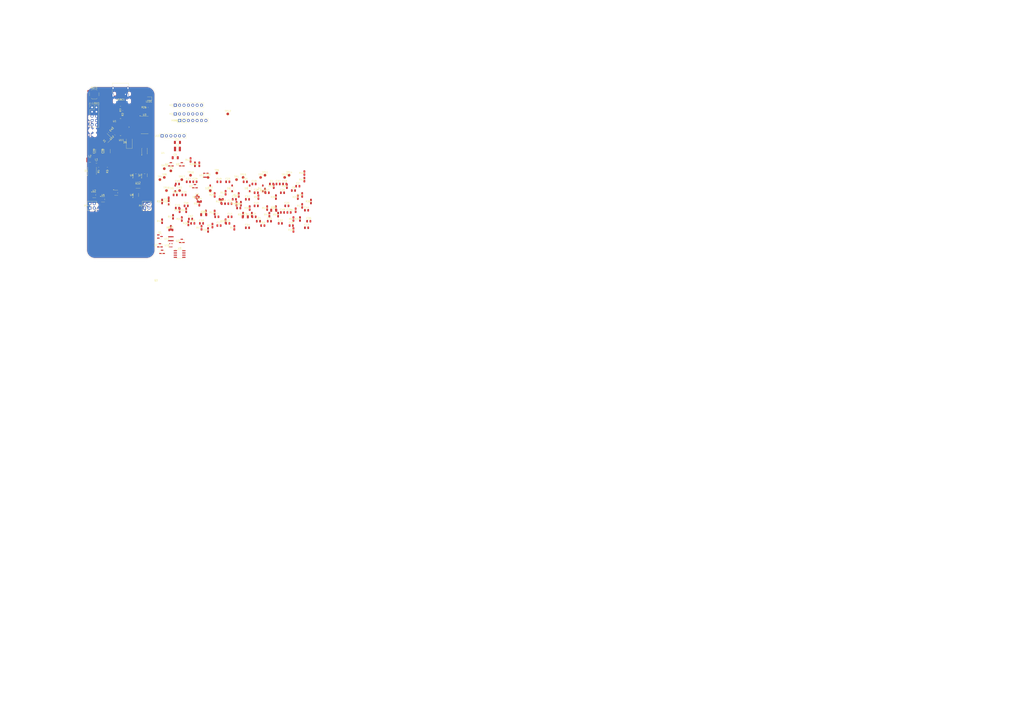
<source format=kicad_pcb>
(kicad_pcb (version 20241229) (generator "pcbnew") (generator_version "9.0")
  (title_block (title "bGeigieScint") (date "2025-11-23") (rev "1.3") (company "Safecast"))
  (layers (0 "F.Cu" signal) (4 "In1.Cu" power "GND") (6 "In2.Cu" power "VCC") (2 "B.Cu" signal) (13 "F.Paste" user) (15 "B.Paste" user) (5 "F.SilkS" user "F.Silkscreen") (7 "B.SilkS" user "B.Silkscreen") (1 "F.Mask" user) (3 "B.Mask" user) (25 "Edge.Cuts" user))
  (net 0 "")
  (net 1 "GND")
  (net 2 "Net-(U11-IN)")
  (net 3 "3V0")
  (net 4 "3V3")
  (net 5 "Vload")
  (net 6 "Net-(U11-ADJ)")
  (net 7 "Vbias")
  (net 8 "Net-(C9-Pad2)")
  (net 9 "PB03_PEAKDET_EN")
  (net 10 "USBSHIELD")
  (net 11 "RESET")
  (net 12 "SHAPER_OUT")
  (net 13 "Net-(Q1-C)")
  (net 14 "Net-(U4-+IN)")
  (net 15 "Net-(C29-Pad2)")
  (net 16 "Net-(C30-Pad2)")
  (net 17 "Net-(D2-C)")
  (net 18 "Net-(U6-VIN-)")
  (net 19 "Net-(U14--IN)")
  (net 20 "PA04_RAMP_OUT")
  (net 21 "Net-(U1-PA01)")
  (net 22 "Net-(U1-PA00)")
  (net 23 "Net-(U1-VDDCORE)")
  (net 24 "Net-(U1-VDDANA)")
  (net 25 "VL")
  (net 26 "Net-(D10-K)")
  (net 27 "USBDP")
  (net 28 "Vbus")
  (net 31 "USBDN")
  (net 32 "Net-(D2-A)")
  (net 33 "Net-(D3-K)")
  (net 34 "Net-(D4-A)")
  (net 35 "Net-(D4-K)")
  (net 36 "Net-(D6-K)")
  (net 37 "Net-(D6-A)")
  (net 38 "PA18_TRG_OUT")
  (net 39 "Net-(U3-Q0)")
  (net 40 "Net-(D8-A)")
  (net 41 "Net-(H2-Pad3)")
  (net 42 "Net-(H2-Pad5)")
  (net 43 "Net-(H2-Pad2)")
  (net 44 "Net-(H2-Pad4)")
  (net 45 "Net-(H2-Pad1)")
  (net 46 "Net-(H2-Pad6)")
  (net 47 "Net-(H3-Pad3)")
  (net 48 "Net-(H3-Pad2)")
  (net 49 "Net-(H3-Pad1)")
  (net 50 "Net-(H3-Pad6)")
  (net 51 "Net-(H3-Pad4)")
  (net 52 "Net-(H3-Pad5)")
  (net 53 "PA07_PEAKDET_OUT")
  (net 54 "SiPM_A")
  (net 55 "PA08_RESET")
  (net 56 "SWDCLK")
  (net 59 "SWDIO")
  (net 61 "Net-(L2-Pad2)")
  (net 62 "Net-(LED1-A)")
  (net 63 "Net-(LED1-C)")
  (net 64 "Net-(U2-VOUT)")
  (net 65 "PA17_SCL")
  (net 66 "PA16_SDA")
  (net 67 "Net-(Q1-B)")
  (net 68 "Net-(Q2-B)")
  (net 69 "VExt")
  (net 70 "PA21")
  (net 71 "Net-(Q4-D)")
  (net 72 "Net-(Q5-C)")
  (net 73 "USBVBUS")
  (net 74 "Net-(USBC1-CC1)")
  (net 75 "Net-(USBC1-CC2)")
  (net 76 "PA02_DAC_HV")
  (net 77 "Net-(BUT1-C)")
  (net 78 "Net-(U13-IN+)")
  (net 79 "PB10_HV_COMP_OUT")
  (net 80 "Net-(U13-IN-)")
  (net 81 "Net-(U4--IN)")
  (net 82 "Net-(U10-Y)")
  (net 83 "PA05_DAC_THR")
  (net 84 "PA11_RAMP_TRG")
  (net 85 "Net-(U14-+IN)")
  (net 86 "PA03_RAMP_EN")
  (net 87 "PA23_TRG_OUT")
  (net 88 "PA13_RX")
  (net 89 "PB11")
  (net 90 "PA20")
  (net 91 "PB08")
  (net 92 "PB02")
  (net 93 "PB23")
  (net 94 "PA06")
  (net 95 "PB22")
  (net 96 "PA22")
  (net 97 "PB09")
  (net 98 "PA09")
  (net 99 "TX")
  (net 100 "RX")
  (net 101 "PA15_PEAKDET_DISABLE")
  (net 102 "PA14_AFE_EN")
  (net 103 "PA10_PWM")
  (net 105 "PA12_TX")
  (net 112 "Net-(U9-Pad1)")
  (footprint "Capacitor_SMD:C_0805_2012Metric" (layer "F.Cu") (at 102.87 106.68)
    (property "Reference" "C55" (at 0 -1.68 0) (layer "F.SilkS"))
    (property "Value" "100nF")
    (pad "1" smd roundrect (at -0.95 0) (size 1 1.45) (layers "F.Cu" "F.Mask" "F.Paste") (net 1 "GND"))
    (pad "2" smd roundrect (at 0.95 0) (size 1 1.45) (layers "F.Cu" "F.Mask" "F.Paste") (net 4 "3V3"))
  )
  (footprint "Capacitor_SMD:C_0805_2012Metric" (layer "F.Cu") (at 109.22 105.41)
    (property "Reference" "C27" (at 0 -1.68 0) (layer "F.SilkS"))
    (property "Value" "100nF")
    (pad "1" smd roundrect (at -0.95 0) (size 1 1.45) (layers "F.Cu" "F.Mask" "F.Paste") (net 1 "GND"))
    (pad "2" smd roundrect (at 0.95 0) (size 1 1.45) (layers "F.Cu" "F.Mask" "F.Paste") (net 4 "3V3"))
  )
  (footprint "Capacitor_SMD:C_0805_2012Metric" (layer "F.Cu") (at 113.03 105.41)
    (property "Reference" "C29" (at 0 -1.68 0) (layer "F.SilkS"))
    (property "Value" "1nF")
    (pad "1" smd roundrect (at -0.95 0) (size 1 1.45) (layers "F.Cu" "F.Mask" "F.Paste") (net 1 "GND"))
    (pad "2" smd roundrect (at 0.95 0) (size 1 1.45) (layers "F.Cu" "F.Mask" "F.Paste") (net 15 "Net-(C29-Pad2)"))
  )
  (footprint "Capacitor_SMD:C_0805_2012Metric" (layer "F.Cu") (at 127 105.41)
    (property "Reference" "C49" (at 0 -1.68 0) (layer "F.SilkS"))
    (property "Value" "4.7uF")
    (pad "1" smd roundrect (at -0.95 0) (size 1 1.45) (layers "F.Cu" "F.Mask" "F.Paste") (net 1 "GND"))
    (pad "2" smd roundrect (at 0.95 0) (size 1 1.45) (layers "F.Cu" "F.Mask" "F.Paste") (net 24 "Net-(U1-VDDANA)"))
  )
  (footprint "Capacitor_SMD:C_0805_2012Metric" (layer "F.Cu") (at 132.08 105.41)
    (property "Reference" "C23" (at 0 -1.68 0) (layer "F.SilkS"))
    (property "Value" "100nF")
    (pad "1" smd roundrect (at -0.95 0) (size 1 1.45) (layers "F.Cu" "F.Mask" "F.Paste") (net 1 "GND"))
    (pad "2" smd roundrect (at 0.95 0) (size 1 1.45) (layers "F.Cu" "F.Mask" "F.Paste") (net 4 "3V3"))
  )
  (footprint "TestPoint:TestPoint_Pad_D1.5mm" (layer "F.Cu") (at 132.08 66.04)
    (property "Reference" "TP12" (at 0 -1.648 0) (layer "F.SilkS"))
    (property "Value" "1-POINT TEST POINT")
    (pad "1" smd circle (at 0 0) (size 1.5 1.5) (layers "F.Cu" "F.Mask") (net 69 "VExt"))
  )
  (footprint "Package_TO_SOT_SMD:SOT-23" (layer "F.Cu") (at 92.71 137.16)
    (property "Reference" "Q1" (at 0 -2.4 0) (layer "F.SilkS"))
    (property "Value" "BC847_C2910145")
    (pad "1" smd roundrect (at -0.9375 -0.95) (size 1.475 0.6) (layers "F.Cu" "F.Mask" "F.Paste") (net 67 "Net-(Q1-B)"))
    (pad "2" smd roundrect (at -0.9375 0.95) (size 1.475 0.6) (layers "F.Cu" "F.Mask" "F.Paste") (net 1 "GND"))
    (pad "3" smd roundrect (at 0.9375 0) (size 1.475 0.6) (layers "F.Cu" "F.Mask" "F.Paste") (net 13 "Net-(Q1-C)"))
  )
  (footprint "Capacitor_SMD:C_0805_2012Metric" (layer "F.Cu") (at 142.24 105.41)
    (property "Reference" "C31" (at 0 -1.68 0) (layer "F.SilkS"))
    (property "Value" "1uF")
    (pad "1" smd roundrect (at -0.95 0) (size 1 1.45) (layers "F.Cu" "F.Mask" "F.Paste") (net 1 "GND"))
    (pad "2" smd roundrect (at 0.95 0) (size 1 1.45) (layers "F.Cu" "F.Mask" "F.Paste") (net 7 "Vbias"))
  )
  (footprint "Resistor_SMD:R_0805_2012Metric" (layer "F.Cu") (at 113.03 95.25 90)
    (property "Reference" "R20" (at 0 -1.65 0) (layer "F.SilkS"))
    (property "Value" "100Ω")
    (pad "1" smd roundrect (at -0.9125 0) (size 1.025 1.4) (layers "F.Cu" "F.Mask" "F.Paste") (roundrect_rratio 0.243902) (net 35 "Net-(D4-K)"))
    (pad "2" smd roundrect (at 0.9125 0) (size 1.025 1.4) (layers "F.Cu" "F.Mask" "F.Paste") (roundrect_rratio 0.243902) (net 13 "Net-(Q1-C)"))
  )
  (footprint "TestPoint:TestPoint_Pad_D1.5mm" (layer "F.Cu") (at 99.06 99.06)
    (property "Reference" "TP9" (at 0 -1.648 0) (layer "F.SilkS"))
    (property "Value" "1-POINT TEST POINT")
    (pad "1" smd circle (at 0 0) (size 1.5 1.5) (layers "F.Cu" "F.Mask") (net 54 "SiPM_A"))
  )
  (footprint "Capacitor_SMD:C_0805_2012Metric" (layer "F.Cu") (at 147.32 106.68)
    (property "Reference" "C19" (at 0 -1.68 0) (layer "F.SilkS"))
    (property "Value" "4.7uF")
    (pad "1" smd roundrect (at -0.95 0) (size 1 1.45) (layers "F.Cu" "F.Mask" "F.Paste") (net 1 "GND"))
    (pad "2" smd roundrect (at 0.95 0) (size 1 1.45) (layers "F.Cu" "F.Mask" "F.Paste") (net 4 "3V3"))
  )
  (footprint "Connector_PinHeader_2.54mm:PinHeader_1x07_P2.54mm_Vertical" (layer "F.Cu") (at 101.6 60.96 90)
    (property "Reference" "H2" (at 0 -2.38 0) (layer "F.SilkS"))
    (property "Value" "KH-2.54PH180-1X7P-L11.5")
    (pad "1" thru_hole rect (at 0 0) (size 1.7 1.7) (drill 1) (layers "*.Cu" "*.Mask") (net 45 "Net-(H2-Pad1)"))
    (pad "2" thru_hole circle (at 0 2.54) (size 1.7 1.7) (drill 1) (layers "*.Cu" "*.Mask") (net 43 "Net-(H2-Pad2)"))
    (pad "3" thru_hole circle (at 0 5.08) (size 1.7 1.7) (drill 1) (layers "*.Cu" "*.Mask") (net 41 "Net-(H2-Pad3)"))
    (pad "4" thru_hole circle (at 0 7.62) (size 1.7 1.7) (drill 1) (layers "*.Cu" "*.Mask") (net 44 "Net-(H2-Pad4)"))
    (pad "5" thru_hole circle (at 0 10.16) (size 1.7 1.7) (drill 1) (layers "*.Cu" "*.Mask") (net 42 "Net-(H2-Pad5)"))
    (pad "6" thru_hole circle (at 0 12.7) (size 1.7 1.7) (drill 1) (layers "*.Cu" "*.Mask") (net 46 "Net-(H2-Pad6)"))
    (pad "7" thru_hole circle (at 0 15.24) (size 1.7 1.7) (drill 1) (layers "*.Cu" "*.Mask") (net 4 "3V3"))
  )
  (footprint "Resistor_SMD:R_0805_2012Metric" (layer "F.Cu") (at 110.49 92.71 90)
    (property "Reference" "R42" (at 0 -1.65 0) (layer "F.SilkS"))
    (property "Value" "100kΩ")
    (pad "1" smd roundrect (at -0.9125 0) (size 1.025 1.4) (layers "F.Cu" "F.Mask" "F.Paste") (roundrect_rratio 0.243902) (net 1 "GND"))
    (pad "2" smd roundrect (at 0.9125 0) (size 1.025 1.4) (layers "F.Cu" "F.Mask" "F.Paste") (roundrect_rratio 0.243902) (net 71 "Net-(Q4-D)"))
  )
  (footprint "Capacitor_SMD:C_0805_2012Metric" (layer "F.Cu") (at 157.48 106.68)
    (property "Reference" "C1" (at 0 -1.68 0) (layer "F.SilkS"))
    (property "Value" "1uF")
    (pad "1" smd roundrect (at -0.95 0) (size 1 1.45) (layers "F.Cu" "F.Mask" "F.Paste") (net 1 "GND"))
    (pad "2" smd roundrect (at 0.95 0) (size 1 1.45) (layers "F.Cu" "F.Mask" "F.Paste") (net 2 "Net-(U11-IN)"))
  )
  (footprint "Capacitor_SMD:C_0805_2012Metric" (layer "F.Cu") (at 161.29 106.68)
    (property "Reference" "C37" (at 0 -1.68 0) (layer "F.SilkS"))
    (property "Value" "1uF")
    (pad "1" smd roundrect (at -0.95 0) (size 1 1.45) (layers "F.Cu" "F.Mask" "F.Paste") (net 20 "PA04_RAMP_OUT"))
    (pad "2" smd roundrect (at 0.95 0) (size 1 1.45) (layers "F.Cu" "F.Mask" "F.Paste") (net 19 "Net-(U14--IN)"))
  )
  (footprint "Package_TO_SOT_SMD:SOT-23-6" (layer "F.Cu") (at 78.74 113.03 90)
    (property "Reference" "U8" (at 0 -2.4 0) (layer "F.SilkS"))
    (property "Value" "TLR341G-GTR")
    (pad "1" smd roundrect (at -1.1375 -0.95) (size 1.325 0.6) (layers "F.Cu" "F.Mask" "F.Paste") (net 13 "Net-(Q1-C)"))
    (pad "2" smd roundrect (at -1.1375 0) (size 1.325 0.6) (layers "F.Cu" "F.Mask" "F.Paste") (net 1 "GND"))
    (pad "3" smd roundrect (at -1.1375 0.95) (size 1.325 0.6) (layers "F.Cu" "F.Mask" "F.Paste") (net 53 "PA07_PEAKDET_OUT"))
    (pad "4" smd roundrect (at 1.1375 0.95) (size 1.325 0.6) (layers "F.Cu" "F.Mask" "F.Paste") (net 53 "PA07_PEAKDET_OUT"))
    (pad "5" smd roundrect (at 1.1375 0) (size 1.325 0.6) (layers "F.Cu" "F.Mask" "F.Paste") (net 9 "PB03_PEAKDET_EN"))
    (pad "6" smd roundrect (at 1.1375 -0.95) (size 1.325 0.6) (layers "F.Cu" "F.Mask" "F.Paste") (net 4 "3V3"))
  )
  (footprint "Resistor_SMD:R_0805_2012Metric" (layer "F.Cu") (at 115.57 95.25 90)
    (property "Reference" "R44" (at 0 -1.65 0) (layer "F.SilkS"))
    (property "Value" "1kΩ")
    (pad "1" smd roundrect (at -0.9125 0) (size 1.025 1.4) (layers "F.Cu" "F.Mask" "F.Paste") (roundrect_rratio 0.243902) (net 49 "Net-(H3-Pad1)"))
    (pad "2" smd roundrect (at 0.9125 0) (size 1.025 1.4) (layers "F.Cu" "F.Mask" "F.Paste") (roundrect_rratio 0.243902) (net 90 "PA20"))
  )
  (footprint "Resistor_SMD:R_0805_2012Metric" (layer "F.Cu") (at 93.98 116.84 90)
    (property "Reference" "R35" (at 0 -1.65 0) (layer "F.SilkS"))
    (property "Value" "47kΩ")
    (pad "1" smd roundrect (at -0.9125 0) (size 1.025 1.4) (layers "F.Cu" "F.Mask" "F.Paste") (roundrect_rratio 0.243902) (net 1 "GND"))
    (pad "2" smd roundrect (at 0.9125 0) (size 1.025 1.4) (layers "F.Cu" "F.Mask" "F.Paste") (roundrect_rratio 0.243902) (net 85 "Net-(U14-+IN)"))
  )
  (footprint "Resistor_SMD:R_0805_2012Metric" (layer "F.Cu") (at 93.98 128.27 90)
    (property "Reference" "R49" (at 0 -1.65 0) (layer "F.SilkS"))
    (property "Value" "1kΩ")
    (pad "1" smd roundrect (at -0.9125 0) (size 1.025 1.4) (layers "F.Cu" "F.Mask" "F.Paste") (roundrect_rratio 0.243902) (net 52 "Net-(H3-Pad5)"))
    (pad "2" smd roundrect (at 0.9125 0) (size 1.025 1.4) (layers "F.Cu" "F.Mask" "F.Paste") (roundrect_rratio 0.243902) (net 95 "PB22"))
  )
  (footprint "Connector_PinHeader_2.54mm:PinHeader_2x02_P2.54mm_Vertical" (layer "F.Cu") (at 83.82 120.65 90)
    (property "Reference" "P1" (at 1.27 -2.38 0) (layer "F.SilkS"))
    (property "Value" "Header-Male-2.54_2x2")
    (pad "1" thru_hole rect (at 0 0) (size 1.7 1.7) (drill 1) (layers "*.Cu" "*.Mask") (net 1 "GND"))
    (pad "2" thru_hole circle (at 2.54 0) (size 1.7 1.7) (drill 1) (layers "*.Cu" "*.Mask") (net 1 "GND"))
    (pad "3" thru_hole circle (at 0 2.54) (size 1.7 1.7) (drill 1) (layers "*.Cu" "*.Mask") (net 54 "SiPM_A"))
    (pad "4" thru_hole circle (at 2.54 2.54) (size 1.7 1.7) (drill 1) (layers "*.Cu" "*.Mask") (net 7 "Vbias"))
  )
  (footprint "Resistor_SMD:R_0805_2012Metric" (layer "F.Cu") (at 176.53 100.33 90)
    (property "Reference" "R40" (at 0 -1.65 0) (layer "F.SilkS"))
    (property "Value" "1kΩ")
    (pad "1" smd roundrect (at -0.9125 0) (size 1.025 1.4) (layers "F.Cu" "F.Mask" "F.Paste") (roundrect_rratio 0.243902) (net 56 "SWDCLK"))
    (pad "2" smd roundrect (at 0.9125 0) (size 1.025 1.4) (layers "F.Cu" "F.Mask" "F.Paste") (roundrect_rratio 0.243902) (net 4 "3V3"))
  )
  (footprint "Button_Switch_SMD:SW_SPST_TL3342" (layer "F.Cu") (at 54.61 54.61)
    (property "Reference" "BUT1" (at 0 -3.75 0) (layer "F.SilkS"))
    (property "Value" "TS-1187A-B-A-B")
    (pad "1" smd rect (at -3.15 -1.9) (size 1.7 1) (layers "F.Cu" "F.Mask" "F.Paste") (net 1 "GND"))
    (pad "1" smd rect (at 3.15 -1.9) (size 1.7 1) (layers "F.Cu" "F.Mask" "F.Paste") (net 1 "GND"))
    (pad "2" smd rect (at -3.15 1.9) (size 1.7 1) (layers "F.Cu" "F.Mask" "F.Paste") (net 1 "GND"))
    (pad "2" smd rect (at 3.15 1.9) (size 1.7 1) (layers "F.Cu" "F.Mask" "F.Paste") (net 1 "GND"))
  )
  (footprint "Resistor_SMD:R_0805_2012Metric" (layer "F.Cu") (at 176.53 104.14 90)
    (property "Reference" "R43" (at 0 -1.65 0) (layer "F.SilkS"))
    (property "Value" "1kΩ")
    (pad "1" smd roundrect (at -0.9125 0) (size 1.025 1.4) (layers "F.Cu" "F.Mask" "F.Paste") (roundrect_rratio 0.243902) (net 48 "Net-(H3-Pad2)"))
    (pad "2" smd roundrect (at 0.9125 0) (size 1.025 1.4) (layers "F.Cu" "F.Mask" "F.Paste") (roundrect_rratio 0.243902) (net 89 "PB11"))
  )
  (footprint "Capacitor_SMD:C_0805_2012Metric" (layer "F.Cu") (at 165.1 106.68)
    (property "Reference" "C18" (at 0 -1.68 0) (layer "F.SilkS"))
    (property "Value" "100nF")
    (pad "1" smd roundrect (at -0.95 0) (size 1 1.45) (layers "F.Cu" "F.Mask" "F.Paste") (net 1 "GND"))
    (pad "2" smd roundrect (at 0.95 0) (size 1 1.45) (layers "F.Cu" "F.Mask" "F.Paste") (net 4 "3V3"))
  )
  (footprint "Capacitor_SMD:C_0805_2012Metric" (layer "F.Cu") (at 172.72 107.95)
    (property "Reference" "C2" (at 0 -1.68 0) (layer "F.SilkS"))
    (property "Value" "10nF")
    (pad "1" smd roundrect (at -0.95 0) (size 1 1.45) (layers "F.Cu" "F.Mask" "F.Paste") (net 1 "GND"))
    (pad "2" smd roundrect (at 0.95 0) (size 1 1.45) (layers "F.Cu" "F.Mask" "F.Paste") (net 3 "3V0"))
  )
  (footprint "Resistor_SMD:R_0805_2012Metric" (layer "F.Cu") (at 170.18 133.35 90)
    (property "Reference" "R18" (at 0 -1.65 0) (layer "F.SilkS"))
    (property "Value" "100Ω")
    (pad "1" smd roundrect (at -0.9125 0) (size 1.025 1.4) (layers "F.Cu" "F.Mask" "F.Paste") (roundrect_rratio 0.243902) (net 1 "GND"))
    (pad "2" smd roundrect (at 0.9125 0) (size 1.025 1.4) (layers "F.Cu" "F.Mask" "F.Paste") (roundrect_rratio 0.243902) (net 54 "SiPM_A"))
  )
  (footprint "Capacitor_SMD:C_0805_2012Metric" (layer "F.Cu") (at 66.04 78.74 135)
    (property "Reference" "C42" (at 0 -1.679999 45) (layer "F.SilkS"))
    (property "Value" "18pF")
    (pad "1" smd roundrect (at -0.949999 0 45) (size 1 1.45) (layers "F.Cu" "F.Mask" "F.Paste") (net 1 "GND"))
    (pad "2" smd roundrect (at 0.949999 0 45) (size 1 1.45) (layers "F.Cu" "F.Mask" "F.Paste") (net 21 "Net-(U1-PA01)"))
  )
  (footprint "TestPoint:TestPoint_Pad_D1.5mm" (layer "F.Cu") (at 110.49 101.6)
    (property "Reference" "TP10" (at 0 -1.648 0) (layer "F.SilkS"))
    (property "Value" "1-POINT TEST POINT")
    (pad "1" smd circle (at 0 0) (size 1.5 1.5) (layers "F.Cu" "F.Mask") (net 12 "SHAPER_OUT"))
  )
  (footprint "Capacitor_SMD:C_0805_2012Metric" (layer "F.Cu") (at 101.6 113.03)
    (property "Reference" "C16" (at 0 -1.68 0) (layer "F.SilkS"))
    (property "Value" "1nF")
    (pad "1" smd roundrect (at -0.95 0) (size 1 1.45) (layers "F.Cu" "F.Mask" "F.Paste") (net 1 "GND"))
    (pad "2" smd roundrect (at 0.95 0) (size 1 1.45) (layers "F.Cu" "F.Mask" "F.Paste") (net 13 "Net-(Q1-C)"))
  )
  (footprint "Capacitor_SMD:C_0805_2012Metric" (layer "F.Cu") (at 106.68 113.03)
    (property "Reference" "C33" (at 0 -1.68 0) (layer "F.SilkS"))
    (property "Value" "1uF")
    (pad "1" smd roundrect (at -0.95 0) (size 1 1.45) (layers "F.Cu" "F.Mask" "F.Paste") (net 1 "GND"))
    (pad "2" smd roundrect (at 0.95 0) (size 1 1.45) (layers "F.Cu" "F.Mask" "F.Paste") (net 4 "3V3"))
  )
  (footprint "Resistor_SMD:R_0805_2012Metric" (layer "F.Cu") (at 158.75 107.95 90)
    (property "Reference" "R33" (at 0 -1.65 0) (layer "F.SilkS"))
    (property "Value" "1kΩ")
    (pad "1" smd roundrect (at -0.9125 0) (size 1.025 1.4) (layers "F.Cu" "F.Mask" "F.Paste") (roundrect_rratio 0.243902) (net 83 "PA05_DAC_THR"))
    (pad "2" smd roundrect (at 0.9125 0) (size 1.025 1.4) (layers "F.Cu" "F.Mask" "F.Paste") (roundrect_rratio 0.243902) (net 18 "Net-(U6-VIN-)"))
  )
  (footprint "Resistor_SMD:R_0805_2012Metric" (layer "F.Cu") (at 166.37 107.95 90)
    (property "Reference" "R50" (at 0 -1.65 0) (layer "F.SilkS"))
    (property "Value" "1kΩ")
    (pad "1" smd roundrect (at -0.9125 0) (size 1.025 1.4) (layers "F.Cu" "F.Mask" "F.Paste") (roundrect_rratio 0.243902) (net 47 "Net-(H3-Pad3)"))
    (pad "2" smd roundrect (at 0.9125 0) (size 1.025 1.4) (layers "F.Cu" "F.Mask" "F.Paste") (roundrect_rratio 0.243902) (net 87 "PA23_TRG_OUT"))
  )
  (footprint "Package_TO_SOT_SMD:SOT-23-6" (layer "F.Cu") (at 99.06 138.43 90)
    (property "Reference" "U14" (at 0 -2.4 0) (layer "F.SilkS"))
    (property "Value" "TLR341G-GTR")
    (pad "1" smd roundrect (at -1.1375 -0.95) (size 1.325 0.6) (layers "F.Cu" "F.Mask" "F.Paste") (net 85 "Net-(U14-+IN)"))
    (pad "2" smd roundrect (at -1.1375 0) (size 1.325 0.6) (layers "F.Cu" "F.Mask" "F.Paste") (net 1 "GND"))
    (pad "3" smd roundrect (at -1.1375 0.95) (size 1.325 0.6) (layers "F.Cu" "F.Mask" "F.Paste") (net 19 "Net-(U14--IN)"))
    (pad "4" smd roundrect (at 1.1375 0.95) (size 1.325 0.6) (layers "F.Cu" "F.Mask" "F.Paste") (net 20 "PA04_RAMP_OUT"))
    (pad "5" smd roundrect (at 1.1375 0) (size 1.325 0.6) (layers "F.Cu" "F.Mask" "F.Paste") (net 86 "PA03_RAMP_EN"))
    (pad "6" smd roundrect (at 1.1375 -0.95) (size 1.325 0.6) (layers "F.Cu" "F.Mask" "F.Paste") (net 4 "3V3"))
  )
  (footprint "Package_SO:SOIC-16_3.9x9.9mm_P1.27mm" (layer "F.Cu") (at 83.82 72.39)
    (property "Reference" "U3" (at 0 -5.9 0) (layer "F.SilkS"))
    (property "Value" "MC14043BDR2G")
    (pad "1" smd roundrect (at -2.475 -4.445) (size 1.95 0.6) (layers "F.Cu" "F.Mask" "F.Paste"))
    (pad "2" smd roundrect (at -2.475 -3.175) (size 1.95 0.6) (layers "F.Cu" "F.Mask" "F.Paste") (net 39 "Net-(U3-Q0)"))
    (pad "3" smd roundrect (at -2.475 -1.905) (size 1.95 0.6) (layers "F.Cu" "F.Mask" "F.Paste") (net 101 "PA15_PEAKDET_DISABLE"))
    (pad "4" smd roundrect (at -2.475 -0.635) (size 1.95 0.6) (layers "F.Cu" "F.Mask" "F.Paste") (net 38 "PA18_TRG_OUT"))
    (pad "5" smd roundrect (at -2.475 0.635) (size 1.95 0.6) (layers "F.Cu" "F.Mask" "F.Paste") (net 4 "3V3"))
    (pad "6" smd roundrect (at -2.475 1.905) (size 1.95 0.6) (layers "F.Cu" "F.Mask" "F.Paste") (net 1 "GND"))
    (pad "7" smd roundrect (at -2.475 3.175) (size 1.95 0.6) (layers "F.Cu" "F.Mask" "F.Paste") (net 1 "GND"))
    (pad "8" smd roundrect (at -2.475 4.445) (size 1.95 0.6) (layers "F.Cu" "F.Mask" "F.Paste") (net 1 "GND"))
    (pad "9" smd roundrect (at 2.475 4.445) (size 1.95 0.6) (layers "F.Cu" "F.Mask" "F.Paste"))
    (pad "10" smd roundrect (at 2.475 3.175) (size 1.95 0.6) (layers "F.Cu" "F.Mask" "F.Paste"))
    (pad "11" smd roundrect (at 2.475 1.905) (size 1.95 0.6) (layers "F.Cu" "F.Mask" "F.Paste") (net 1 "GND"))
    (pad "12" smd roundrect (at 2.475 0.635) (size 1.95 0.6) (layers "F.Cu" "F.Mask" "F.Paste") (net 1 "GND"))
    (pad "13" smd roundrect (at 2.475 -0.635) (size 1.95 0.6) (layers "F.Cu" "F.Mask" "F.Paste"))
    (pad "14" smd roundrect (at 2.475 -1.905) (size 1.95 0.6) (layers "F.Cu" "F.Mask" "F.Paste") (net 1 "GND"))
    (pad "15" smd roundrect (at 2.475 -3.175) (size 1.95 0.6) (layers "F.Cu" "F.Mask" "F.Paste") (net 1 "GND"))
    (pad "16" smd roundrect (at 2.475 -4.445) (size 1.95 0.6) (layers "F.Cu" "F.Mask" "F.Paste") (net 4 "3V3"))
  )
  (footprint "Capacitor_SMD:C_0805_2012Metric" (layer "F.Cu") (at 114.3 114.3)
    (property "Reference" "C9" (at 0 -1.68 0) (layer "F.SilkS"))
    (property "Value" "30pF")
    (pad "1" smd roundrect (at -0.95 0) (size 1 1.45) (layers "F.Cu" "F.Mask" "F.Paste") (net 9 "PB03_PEAKDET_EN"))
    (pad "2" smd roundrect (at 0.95 0) (size 1 1.45) (layers "F.Cu" "F.Mask" "F.Paste") (net 8 "Net-(C9-Pad2)"))
  )
  (footprint "Package_TO_SOT_SMD:SOT-23" (layer "F.Cu") (at 99.06 95.25 90)
    (property "Reference" "Q4" (at 0 -2.4 0) (layer "F.SilkS"))
    (property "Value" "AO3401A")
    (pad "1" smd roundrect (at -0.9375 -0.95) (size 1.475 0.6) (layers "F.Cu" "F.Mask" "F.Paste") (net 70 "PA21"))
    (pad "2" smd roundrect (at -0.9375 0.95) (size 1.475 0.6) (layers "F.Cu" "F.Mask" "F.Paste") (net 26 "Net-(D10-K)"))
    (pad "3" smd roundrect (at 0.9375 0) (size 1.475 0.6) (layers "F.Cu" "F.Mask" "F.Paste") (net 71 "Net-(Q4-D)"))
  )
  (footprint "Package_SO:SO-8_3.9x4.9mm_P1.27mm" (layer "F.Cu") (at 53.34 99.06 90)
    (property "Reference" "D1" (at 0 -3.4 0) (layer "F.SilkS"))
    (property "Value" "NUP2114UCMR6T1G")
    (pad "1" smd roundrect (at -2.575 -1.905) (size 1.75 0.6) (layers "F.Cu" "F.Mask" "F.Paste") (net 31 "USBDN"))
    (pad "2" smd roundrect (at -2.575 -0.635) (size 1.75 0.6) (layers "F.Cu" "F.Mask" "F.Paste") (net 1 "GND"))
    (pad "3" smd roundrect (at -2.575 0.635) (size 1.75 0.6) (layers "F.Cu" "F.Mask" "F.Paste"))
    (pad "4" smd roundrect (at -2.575 1.905) (size 1.75 0.6) (layers "F.Cu" "F.Mask" "F.Paste"))
    (pad "5" smd roundrect (at 2.575 1.905) (size 1.75 0.6) (layers "F.Cu" "F.Mask" "F.Paste") (net 28 "Vbus"))
    (pad "6" smd roundrect (at 2.575 0.635) (size 1.75 0.6) (layers "F.Cu" "F.Mask" "F.Paste") (net 27 "USBDP"))
    (pad "7" smd roundrect (at 2.575 -0.635) (size 1.75 0.6) (layers "F.Cu" "F.Mask" "F.Paste"))
    (pad "8" smd roundrect (at 2.575 -1.905) (size 1.75 0.6) (layers "F.Cu" "F.Mask" "F.Paste"))
  )
  (footprint "Crystal:Crystal_SMD_3225-4Pin_3.2x2.5mm" (layer "F.Cu") (at 62.23 80.01 135)
    (property "Reference" "X1" (at 0 -2.450001 135) (layer "F.SilkS"))
    (property "Value" "32.768kHz")
    (pad "1" smd roundrect (at -1.1 0.85 135) (size 1.4 1.2) (layers "F.Cu" "F.Mask" "F.Paste") (roundrect_rratio 0.208333) (net 21 "Net-(U1-PA01)"))
    (pad "2" smd roundrect (at 1.1 0.85 135) (size 1.4 1.2) (layers "F.Cu" "F.Mask" "F.Paste") (roundrect_rratio 0.208333) (net 22 "Net-(U1-PA00)"))
    (pad "3" smd roundrect (at 1.1 -0.85 135) (size 1.4 1.2) (layers "F.Cu" "F.Mask" "F.Paste") (roundrect_rratio 0.208333))
    (pad "4" smd roundrect (at -1.1 -0.85 135) (size 1.4 1.2) (layers "F.Cu" "F.Mask" "F.Paste") (roundrect_rratio 0.208333))
  )
  (footprint "Capacitor_SMD:C_0805_2012Metric" (layer "F.Cu") (at 128.27 115.57)
    (property "Reference" "C14" (at 0 -1.68 0) (layer "F.SilkS"))
    (property "Value" "1uF")
    (pad "1" smd roundrect (at -0.95 0) (size 1 1.45) (layers "F.Cu" "F.Mask" "F.Paste") (net 1 "GND"))
    (pad "2" smd roundrect (at 0.95 0) (size 1 1.45) (layers "F.Cu" "F.Mask" "F.Paste") (net 4 "3V3"))
  )
  (footprint "Capacitor_SMD:C_0805_2012Metric" (layer "F.Cu") (at 135.89 115.57)
    (property "Reference" "C28" (at 0 -1.68 0) (layer "F.SilkS"))
    (property "Value" "1uF")
    (pad "1" smd roundrect (at -0.95 0) (size 1 1.45) (layers "F.Cu" "F.Mask" "F.Paste") (net 1 "GND"))
    (pad "2" smd roundrect (at 0.95 0) (size 1 1.45) (layers "F.Cu" "F.Mask" "F.Paste") (net 7 "Vbias"))
  )
  (footprint "Connector_PinHeader_2.54mm:PinHeader_2x05_P2.54mm_Vertical" (layer "F.Cu") (at 53.34 62.23)
    (property "Reference" "J-LINK1" (at 1.27 -2.38 0) (layer "F.SilkS"))
    (property "Value" "20021111-00010T4LF")
    (pad "1" thru_hole rect (at 0 0) (size 1.7 1.7) (drill 1) (layers "*.Cu" "*.Mask") (net 4 "3V3"))
    (pad "2" thru_hole circle (at 2.54 0) (size 1.7 1.7) (drill 1) (layers "*.Cu" "*.Mask") (net 59 "SWDIO"))
    (pad "3" thru_hole circle (at 0 2.54) (size 1.7 1.7) (drill 1) (layers "*.Cu" "*.Mask") (net 1 "GND"))
    (pad "4" thru_hole circle (at 2.54 2.54) (size 1.7 1.7) (drill 1) (layers "*.Cu" "*.Mask") (net 56 "SWDCLK"))
    (pad "5" thru_hole circle (at 0 5.08) (size 1.7 1.7) (drill 1) (layers "*.Cu" "*.Mask") (net 1 "GND"))
    (pad "6" thru_hole circle (at 2.54 5.08) (size 1.7 1.7) (drill 1) (layers "*.Cu" "*.Mask"))
    (pad "7" thru_hole circle (at 0 7.62) (size 1.7 1.7) (drill 1) (layers "*.Cu" "*.Mask"))
    (pad "8" thru_hole circle (at 2.54 7.62) (size 1.7 1.7) (drill 1) (layers "*.Cu" "*.Mask"))
    (pad "9" thru_hole circle (at 0 10.16) (size 1.7 1.7) (drill 1) (layers "*.Cu" "*.Mask") (net 1 "GND"))
    (pad "10" thru_hole circle (at 2.54 10.16) (size 1.7 1.7) (drill 1) (layers "*.Cu" "*.Mask") (net 11 "RESET"))
  )
  (footprint "Resistor_SMD:R_0805_2012Metric" (layer "F.Cu") (at 180.34 116.84 90)
    (property "Reference" "R30" (at 0 -1.65 0) (layer "F.SilkS"))
    (property "Value" "1kΩ")
    (pad "1" smd roundrect (at -0.9125 0) (size 1.025 1.4) (layers "F.Cu" "F.Mask" "F.Paste") (roundrect_rratio 0.243902) (net 16 "Net-(C30-Pad2)"))
    (pad "2" smd roundrect (at 0.9125 0) (size 1.025 1.4) (layers "F.Cu" "F.Mask" "F.Paste") (roundrect_rratio 0.243902) (net 14 "Net-(U4-+IN)"))
  )
  (footprint "Resistor_SMD:R_0805_2012Metric" (layer "F.Cu") (at 85.09 62.23 90)
    (property "Reference" "R26" (at 0 -1.65 0) (layer "F.SilkS"))
    (property "Value" "2.2kΩ")
    (pad "1" smd roundrect (at -0.9125 0) (size 1.025 1.4) (layers "F.Cu" "F.Mask" "F.Paste") (roundrect_rratio 0.243902) (net 8 "Net-(C9-Pad2)"))
    (pad "2" smd roundrect (at 0.9125 0) (size 1.025 1.4) (layers "F.Cu" "F.Mask" "F.Paste") (roundrect_rratio 0.243902) (net 67 "Net-(Q1-B)"))
  )
  (footprint "Resistor_SMD:R_0805_2012Metric" (layer "F.Cu") (at 97.79 115.57 90)
    (property "Reference" "R21" (at 0 -1.65 0) (layer "F.SilkS"))
    (property "Value" "6.8kΩ")
    (pad "1" smd roundrect (at -0.9125 0) (size 1.025 1.4) (layers "F.Cu" "F.Mask" "F.Paste") (roundrect_rratio 0.243902) (net 55 "PA08_RESET"))
    (pad "2" smd roundrect (at 0.9125 0) (size 1.025 1.4) (layers "F.Cu" "F.Mask" "F.Paste") (roundrect_rratio 0.243902) (net 67 "Net-(Q1-B)"))
  )
  (footprint "Connector_PinHeader_2.54mm:PinHeader_1x07_P2.54mm_Vertical" (layer "F.Cu") (at 101.6 66.04 90)
    (property "Reference" "H3" (at 0 -2.38 0) (layer "F.SilkS"))
    (property "Value" "KH-2.54PH180-1X7P-L11.5")
    (pad "1" thru_hole rect (at 0 0) (size 1.7 1.7) (drill 1) (layers "*.Cu" "*.Mask") (net 49 "Net-(H3-Pad1)"))
    (pad "2" thru_hole circle (at 0 2.54) (size 1.7 1.7) (drill 1) (layers "*.Cu" "*.Mask") (net 48 "Net-(H3-Pad2)"))
    (pad "3" thru_hole circle (at 0 5.08) (size 1.7 1.7) (drill 1) (layers "*.Cu" "*.Mask") (net 47 "Net-(H3-Pad3)"))
    (pad "4" thru_hole circle (at 0 7.62) (size 1.7 1.7) (drill 1) (layers "*.Cu" "*.Mask") (net 51 "Net-(H3-Pad4)"))
    (pad "5" thru_hole circle (at 0 10.16) (size 1.7 1.7) (drill 1) (layers "*.Cu" "*.Mask") (net 52 "Net-(H3-Pad5)"))
    (pad "6" thru_hole circle (at 0 12.7) (size 1.7 1.7) (drill 1) (layers "*.Cu" "*.Mask") (net 50 "Net-(H3-Pad6)"))
    (pad "7" thru_hole circle (at 0 15.24) (size 1.7 1.7) (drill 1) (layers "*.Cu" "*.Mask") (net 1 "GND"))
  )
  (footprint "Capacitor_SMD:C_0805_2012Metric" (layer "F.Cu") (at 143.51 115.57)
    (property "Reference" "C51" (at 0 -1.68 0) (layer "F.SilkS"))
    (property "Value" "100nF")
    (pad "1" smd roundrect (at -0.95 0) (size 1 1.45) (layers "F.Cu" "F.Mask" "F.Paste") (net 1 "GND"))
    (pad "2" smd roundrect (at 0.95 0) (size 1 1.45) (layers "F.Cu" "F.Mask" "F.Paste") (net 4 "3V3"))
  )
  (footprint "Package_TO_SOT_SMD:SOT-23-5" (layer "F.Cu") (at 78.74 101.6 90)
    (property "Reference" "U6" (at 0 -2.4 0) (layer "F.SilkS"))
    (property "Value" "TLV3201AIDBVT")
    (pad "1" smd roundrect (at -1.1375 -0.95) (size 1.325 0.6) (layers "F.Cu" "F.Mask" "F.Paste") (net 38 "PA18_TRG_OUT"))
    (pad "2" smd roundrect (at -1.1375 0) (size 1.325 0.6) (layers "F.Cu" "F.Mask" "F.Paste") (net 1 "GND"))
    (pad "3" smd roundrect (at -1.1375 0.95) (size 1.325 0.6) (layers "F.Cu" "F.Mask" "F.Paste") (net 12 "SHAPER_OUT"))
    (pad "4" smd roundrect (at 1.1375 0.95) (size 1.325 0.6) (layers "F.Cu" "F.Mask" "F.Paste") (net 18 "Net-(U6-VIN-)"))
    (pad "5" smd roundrect (at 1.1375 -0.95) (size 1.325 0.6) (layers "F.Cu" "F.Mask" "F.Paste") (net 4 "3V3"))
  )
  (footprint "TestPoint:TestPoint_Pad_D1.5mm" (layer "F.Cu") (at 125.73 100.33)
    (property "Reference" "TP6" (at 0 -1.648 0) (layer "F.SilkS"))
    (property "Value" "1-POINT TEST POINT")
    (pad "1" smd circle (at 0 0) (size 1.5 1.5) (layers "F.Cu" "F.Mask") (net 64 "Net-(U2-VOUT)"))
  )
  (footprint "Capacitor_SMD:C_0805_2012Metric" (layer "F.Cu") (at 148.59 111.76)
    (property "Reference" "C26" (at 0 -1.68 0) (layer "F.SilkS"))
    (property "Value" "100nF")
    (pad "1" smd roundrect (at -0.95 0) (size 1 1.45) (layers "F.Cu" "F.Mask" "F.Paste") (net 1 "GND"))
    (pad "2" smd roundrect (at 0.95 0) (size 1 1.45) (layers "F.Cu" "F.Mask" "F.Paste") (net 4 "3V3"))
  )
  (footprint "Connector_PinHeader_2.54mm:PinHeader_1x02_P2.54mm_Vertical" (layer "F.Cu") (at 104.14 69.85 90)
    (property "Reference" "MEAS1" (at 0 -2.38 0) (layer "F.SilkS"))
    (property "Value" "KH-2.54PH90-1X2P-L13.8")
    (pad "1" thru_hole rect (at 0 0) (size 1.7 1.7) (drill 1) (layers "*.Cu" "*.Mask") (net 64 "Net-(U2-VOUT)"))
    (pad "2" thru_hole circle (at 0 2.54) (size 1.7 1.7) (drill 1) (layers "*.Cu" "*.Mask") (net 4 "3V3"))
  )
  (footprint "Capacitor_SMD:C_0805_2012Metric" (layer "F.Cu") (at 154.94 111.76)
    (property "Reference" "C41" (at 0 -1.68 0) (layer "F.SilkS"))
    (property "Value" "100nF")
    (pad "1" smd roundrect (at -0.95 0) (size 1 1.45) (layers "F.Cu" "F.Mask" "F.Paste") (net 1 "GND"))
    (pad "2" smd roundrect (at 0.95 0) (size 1 1.45) (layers "F.Cu" "F.Mask" "F.Paste") (net 4 "3V3"))
  )
  (footprint "Capacitor_SMD:C_0805_2012Metric" (layer "F.Cu") (at 163.83 111.76)
    (property "Reference" "C36" (at 0 -1.68 0) (layer "F.SilkS"))
    (property "Value" "100nF")
    (pad "1" smd roundrect (at -0.95 0) (size 1 1.45) (layers "F.Cu" "F.Mask" "F.Paste") (net 1 "GND"))
    (pad "2" smd roundrect (at 0.95 0) (size 1 1.45) (layers "F.Cu" "F.Mask" "F.Paste") (net 4 "3V3"))
  )
  (footprint "Capacitor_SMD:C_0805_2012Metric" (layer "F.Cu") (at 170.18 110.49)
    (property "Reference" "C8" (at 0 -1.68 0) (layer "F.SilkS"))
    (property "Value" "10nF")
    (pad "1" smd roundrect (at -0.95 0) (size 1 1.45) (layers "F.Cu" "F.Mask" "F.Paste") (net 6 "Net-(U11-ADJ)"))
    (pad "2" smd roundrect (at 0.95 0) (size 1 1.45) (layers "F.Cu" "F.Mask" "F.Paste") (net 7 "Vbias"))
  )
  (footprint "TestPoint:TestPoint_Pad_D1.5mm" (layer "F.Cu") (at 140.97 102.87)
    (property "Reference" "TP15" (at 0 -1.648 0) (layer "F.SilkS"))
    (property "Value" "1-POINT TEST POINT")
    (pad "1" smd circle (at 0 0) (size 1.5 1.5) (layers "F.Cu" "F.Mask") (net 100 "RX"))
  )
  (footprint "Resistor_SMD:R_0805_2012Metric" (layer "F.Cu") (at 120.65 133.35 90)
    (property "Reference" "R31" (at 0 -1.65 0) (layer "F.SilkS"))
    (property "Value" "510Ω")
    (pad "1" smd roundrect (at -0.9125 0) (size 1.025 1.4) (layers "F.Cu" "F.Mask" "F.Paste") (roundrect_rratio 0.243902) (net 33 "Net-(D3-K)"))
    (pad "2" smd roundrect (at 0.9125 0) (size 1.025 1.4) (layers "F.Cu" "F.Mask" "F.Paste") (roundrect_rratio 0.243902) (net 16 "Net-(C30-Pad2)"))
  )
  (footprint "Diode_SMD:D_SOD-123" (layer "F.Cu") (at 101.6 109.22 90)
    (property "Reference" "D5" (at 0 -2 0) (layer "F.SilkS"))
    (property "Value" "1N4148W_C81598")
    (pad "1" smd roundrect (at -1.65 0) (size 0.9 1.2) (layers "F.Cu" "F.Mask" "F.Paste") (net 3 "3V0"))
    (pad "2" smd roundrect (at 1.65 0) (size 0.9 1.2) (layers "F.Cu" "F.Mask" "F.Paste") (net 33 "Net-(D3-K)"))
  )
  (footprint "Package_TO_SOT_SMD:SOT-23" (layer "F.Cu") (at 113.03 107.95 90)
    (property "Reference" "D2" (at 0 -2.4 0) (layer "F.SilkS"))
    (property "Value" "BAS21HT1G")
    (pad "1" smd roundrect (at -0.9375 -0.95) (size 1.475 0.6) (layers "F.Cu" "F.Mask" "F.Paste") (net 17 "Net-(D2-C)"))
    (pad "2" smd roundrect (at -0.9375 0.95) (size 1.475 0.6) (layers "F.Cu" "F.Mask" "F.Paste") (net 32 "Net-(D2-A)"))
    (pad "3" smd roundrect (at 0.9375 0) (size 1.475 0.6) (layers "F.Cu" "F.Mask" "F.Paste"))
  )
  (footprint "TestPoint:TestPoint_Pad_D1.5mm" (layer "F.Cu") (at 153.67 101.6)
    (property "Reference" "TP11" (at 0 -1.648 0) (layer "F.SilkS"))
    (property "Value" "1-POINT TEST POINT")
    (pad "1" smd circle (at 0 0) (size 1.5 1.5) (layers "F.Cu" "F.Mask") (net 38 "PA18_TRG_OUT"))
  )
  (footprint "Resistor_SMD:R_0805_2012Metric" (layer "F.Cu") (at 114.3 114.3 90)
    (property "Reference" "R9" (at 0 -1.65 0) (layer "F.SilkS"))
    (property "Value" "1kΩ")
    (pad "1" smd roundrect (at -0.9125 0) (size 1.025 1.4) (layers "F.Cu" "F.Mask" "F.Paste") (roundrect_rratio 0.243902) (net 76 "PA02_DAC_HV"))
    (pad "2" smd roundrect (at 0.9125 0) (size 1.025 1.4) (layers "F.Cu" "F.Mask" "F.Paste") (roundrect_rratio 0.243902) (net 15 "Net-(C29-Pad2)"))
  )
  (footprint "Capacitor_SMD:C_0805_2012Metric" (layer "F.Cu") (at 177.8 121.92)
    (property "Reference" "C44" (at 0 -1.68 0) (layer "F.SilkS"))
    (property "Value" "4.7uF")
    (pad "1" smd roundrect (at -0.95 0) (size 1 1.45) (layers "F.Cu" "F.Mask" "F.Paste") (net 1 "GND"))
    (pad "2" smd roundrect (at 0.95 0) (size 1 1.45) (layers "F.Cu" "F.Mask" "F.Paste") (net 4 "3V3"))
  )
  (footprint "Diode_SMD:D_SMA" (layer "F.Cu") (at 74.93 82.55 90)
    (property "Reference" "D9" (at 0 -2.5 0) (layer "F.SilkS"))
    (property "Value" "SS34_C8678")
    (pad "1" smd roundrect (at -2 0) (size 2.5 1.8) (layers "F.Cu" "F.Mask" "F.Paste") (roundrect_rratio 0.1388888889) (net 5 "Vload"))
    (pad "2" smd roundrect (at 2 0) (size 2.5 1.8) (layers "F.Cu" "F.Mask" "F.Paste") (roundrect_rratio 0.1388888889) (net 28 "Vbus"))
  )
  (footprint "Connector_PinSocket_2.54mm:PinSocket_1x06_P2.54mm_Vertical" (layer "F.Cu") (at 93.98 78.74 90)
    (property "Reference" "U15" (at 0 -2.77 0) (layer "F.SilkS"))
    (property "Value" "803-87-006-10-001101")
    (pad "1" thru_hole rect (at 0 0) (size 1.7 1.7) (drill 1) (layers "*.Cu" "*.Mask") (net 1 "GND"))
    (pad "2" thru_hole circle (at 0 2.54) (size 1.7 1.7) (drill 1) (layers "*.Cu" "*.Mask") (net 69 "VExt"))
    (pad "3" thru_hole circle (at 0 5.08) (size 1.7 1.7) (drill 1) (layers "*.Cu" "*.Mask") (net 100 "RX"))
    (pad "4" thru_hole circle (at 0 7.62) (size 1.7 1.7) (drill 1) (layers "*.Cu" "*.Mask") (net 4 "3V3"))
    (pad "5" thru_hole circle (at 0 10.16) (size 1.7 1.7) (drill 1) (layers "*.Cu" "*.Mask") (net 99 "TX"))
    (pad "6" thru_hole circle (at 0 12.7) (size 1.7 1.7) (drill 1) (layers "*.Cu" "*.Mask") (net 25 "VL"))
  )
  (footprint "Resistor_SMD:R_0805_2012Metric" (layer "F.Cu") (at 124.46 113.03 90)
    (property "Reference" "R29" (at 0 -1.65 0) (layer "F.SilkS"))
    (property "Value" "1kΩ")
    (pad "1" smd roundrect (at -0.9125 0) (size 1.025 1.4) (layers "F.Cu" "F.Mask" "F.Paste") (roundrect_rratio 0.243902) (net 1 "GND"))
    (pad "2" smd roundrect (at 0.9125 0) (size 1.025 1.4) (layers "F.Cu" "F.Mask" "F.Paste") (roundrect_rratio 0.243902) (net 81 "Net-(U4--IN)"))
  )
  (footprint "Package_TO_SOT_SMD:SOT-23" (layer "F.Cu") (at 93.98 146.05 90)
    (property "Reference" "Q3" (at -16.5354 -3.5318 0) (layer "F.SilkS"))
    (property "Value" "AO3401A")
    (pad "1" smd roundrect (at -0.9375 -0.95) (size 1.475 0.6) (layers "F.Cu" "F.Mask" "F.Paste") (net 28 "Vbus"))
    (pad "2" smd roundrect (at -0.9375 0.95) (size 1.475 0.6) (layers "F.Cu" "F.Mask" "F.Paste") (net 5 "Vload"))
    (pad "3" smd roundrect (at 0.9375 0) (size 1.475 0.6) (layers "F.Cu" "F.Mask" "F.Paste") (net 69 "VExt"))
  )
  (footprint "Diode_SMD:D_SOD-123" (layer "F.Cu") (at 121.92 109.22 90)
    (property "Reference" "D3" (at 0 -2 0) (layer "F.SilkS"))
    (property "Value" "1N4148W_C81598")
    (pad "1" smd roundrect (at -1.65 0) (size 0.9 1.2) (layers "F.Cu" "F.Mask" "F.Paste") (net 33 "Net-(D3-K)"))
    (pad "2" smd roundrect (at 1.65 0) (size 0.9 1.2) (layers "F.Cu" "F.Mask" "F.Paste") (net 1 "GND"))
  )
  (footprint "Resistor_SMD:R_0805_2012Metric" (layer "F.Cu") (at 130.81 111.76 90)
    (property "Reference" "R13" (at 0 -1.65 0) (layer "F.SilkS"))
    (property "Value" "100kΩ")
    (pad "1" smd roundrect (at -0.9125 0) (size 1.025 1.4) (layers "F.Cu" "F.Mask" "F.Paste") (roundrect_rratio 0.243902) (net 78 "Net-(U13-IN+)"))
    (pad "2" smd roundrect (at 0.9125 0) (size 1.025 1.4) (layers "F.Cu" "F.Mask" "F.Paste") (roundrect_rratio 0.243902) (net 4 "3V3"))
  )
  (footprint "Resistor_SMD:R_0805_2012Metric" (layer "F.Cu") (at 138.43 113.03 90)
    (property "Reference" "R15" (at 0 -1.65 0) (layer "F.SilkS"))
    (property "Value" "5.6MΩ")
    (pad "1" smd roundrect (at -0.9125 0) (size 1.025 1.4) (layers "F.Cu" "F.Mask" "F.Paste") (roundrect_rratio 0.243902) (net 6 "Net-(U11-ADJ)"))
    (pad "2" smd roundrect (at 0.9125 0) (size 1.025 1.4) (layers "F.Cu" "F.Mask" "F.Paste") (roundrect_rratio 0.243902) (net 7 "Vbias"))
  )
  (footprint "Capacitor_SMD:C_0805_2012Metric" (layer "F.Cu") (at 102.87 120.65)
    (property "Reference" "C15" (at 0 -1.68 0) (layer "F.SilkS"))
    (property "Value" "1nF")
    (pad "1" smd roundrect (at -0.95 0) (size 1 1.45) (layers "F.Cu" "F.Mask" "F.Paste") (net 1 "GND"))
    (pad "2" smd roundrect (at 0.95 0) (size 1 1.45) (layers "F.Cu" "F.Mask" "F.Paste") (net 12 "SHAPER_OUT"))
  )
  (footprint "Capacitor_SMD:C_0805_2012Metric" (layer "F.Cu") (at 107.95 119.38)
    (property "Reference" "C56" (at 0 -1.68 0) (layer "F.SilkS"))
    (property "Value" "100nF")
    (pad "1" smd roundrect (at -0.95 0) (size 1 1.45) (layers "F.Cu" "F.Mask" "F.Paste") (net 1 "GND"))
    (pad "2" smd roundrect (at 0.95 0) (size 1 1.45) (layers "F.Cu" "F.Mask" "F.Paste") (net 25 "VL"))
  )
  (footprint "Package_SO:SOIC-8_3.9x4.9mm_P1.27mm" (layer "F.Cu") (at 104.14 147.32)
    (property "Reference" "U9" (at 0 -3.4 0) (layer "F.SilkS"))
    (property "Value" "MF-ASML020/6-2")
    (pad "1" smd roundrect (at -2.475 -1.905) (size 1.95 0.6) (layers "F.Cu" "F.Mask" "F.Paste") (net 112 "Net-(U9-Pad1)"))
    (pad "2" smd roundrect (at -2.475 -0.635) (size 1.95 0.6) (layers "F.Cu" "F.Mask" "F.Paste") (net 28 "Vbus"))
    (pad "3" smd roundrect (at -2.475 0.635) (size 1.95 0.6) (layers "F.Cu" "F.Mask" "F.Paste"))
    (pad "4" smd roundrect (at -2.475 1.905) (size 1.95 0.6) (layers "F.Cu" "F.Mask" "F.Paste"))
    (pad "5" smd roundrect (at 2.475 1.905) (size 1.95 0.6) (layers "F.Cu" "F.Mask" "F.Paste"))
    (pad "6" smd roundrect (at 2.475 0.635) (size 1.95 0.6) (layers "F.Cu" "F.Mask" "F.Paste"))
    (pad "7" smd roundrect (at 2.475 -0.635) (size 1.95 0.6) (layers "F.Cu" "F.Mask" "F.Paste"))
    (pad "8" smd roundrect (at 2.475 -1.905) (size 1.95 0.6) (layers "F.Cu" "F.Mask" "F.Paste"))
  )
  (footprint "Connector_PinHeader_2.54mm:PinHeader_2x02_P2.54mm_Vertical" (layer "F.Cu") (at 52.07 120.65 90)
    (property "Reference" "P2" (at 1.27 -2.38 0) (layer "F.SilkS"))
    (property "Value" "Header-Male-2.54_2x2")
    (pad "1" thru_hole rect (at 0 0) (size 1.7 1.7) (drill 1) (layers "*.Cu" "*.Mask") (net 65 "PA17_SCL"))
    (pad "2" thru_hole circle (at 2.54 0) (size 1.7 1.7) (drill 1) (layers "*.Cu" "*.Mask") (net 66 "PA16_SDA"))
    (pad "3" thru_hole circle (at 0 2.54) (size 1.7 1.7) (drill 1) (layers "*.Cu" "*.Mask") (net 1 "GND"))
    (pad "4" thru_hole circle (at 2.54 2.54) (size 1.7 1.7) (drill 1) (layers "*.Cu" "*.Mask") (net 4 "3V3"))
  )
  (footprint "Resistor_SMD:R_0805_2012Metric" (layer "F.Cu") (at 149.86 114.3 90)
    (property "Reference" "R5" (at 0 -1.65 0) (layer "F.SilkS"))
    (property "Value" "220kΩ")
    (pad "1" smd roundrect (at -0.9125 0) (size 1.025 1.4) (layers "F.Cu" "F.Mask" "F.Paste") (roundrect_rratio 0.243902) (net 1 "GND"))
    (pad "2" smd roundrect (at 0.9125 0) (size 1.025 1.4) (layers "F.Cu" "F.Mask" "F.Paste") (roundrect_rratio 0.243902) (net 6 "Net-(U11-ADJ)"))
  )
  (footprint "Package_SO:MSOP-8_3x3mm_P0.65mm" (layer "F.Cu") (at 83.82 87.63 90)
    (property "Reference" "U4" (at -1.0121 10.5808 0) (layer "F.SilkS"))
    (property "Value" "LMV793MFX/NOPB")
    (pad "1" smd roundrect (at -2.1125 -0.975) (size 1.625 0.4) (layers "F.Cu" "F.Mask" "F.Paste") (net 12 "SHAPER_OUT"))
    (pad "2" smd roundrect (at -2.1125 -0.325) (size 1.625 0.4) (layers "F.Cu" "F.Mask" "F.Paste") (net 1 "GND"))
    (pad "3" smd roundrect (at -2.1125 0.325) (size 1.625 0.4) (layers "F.Cu" "F.Mask" "F.Paste") (net 14 "Net-(U4-+IN)"))
    (pad "4" smd roundrect (at -2.1125 0.975) (size 1.625 0.4) (layers "F.Cu" "F.Mask" "F.Paste") (net 81 "Net-(U4--IN)"))
    (pad "5" smd roundrect (at 2.1125 0.975) (size 1.625 0.4) (layers "F.Cu" "F.Mask" "F.Paste") (net 3 "3V0"))
    (pad "6" smd roundrect (at 2.1125 0.325) (size 1.625 0.4) (layers "F.Cu" "F.Mask" "F.Paste"))
    (pad "7" smd roundrect (at 2.1125 -0.325) (size 1.625 0.4) (layers "F.Cu" "F.Mask" "F.Paste"))
    (pad "8" smd roundrect (at 2.1125 -0.975) (size 1.625 0.4) (layers "F.Cu" "F.Mask" "F.Paste"))
  )
  (footprint "TestPoint:TestPoint_Pad_D1.5mm" (layer "F.Cu") (at 167.64 101.6)
    (property "Reference" "TP14" (at 0 -1.648 0) (layer "F.SilkS"))
    (property "Value" "1-POINT TEST POINT")
    (pad "1" smd circle (at 0 0) (size 1.5 1.5) (layers "F.Cu" "F.Mask") (net 99 "TX"))
  )
  (footprint "Resistor_SMD:R_0805_2012Metric" (layer "F.Cu") (at 153.67 110.49 90)
    (property "Reference" "R51" (at 0 -1.65 0) (layer "F.SilkS"))
    (property "Value" "1kΩ")
    (pad "1" smd roundrect (at -0.9125 0) (size 1.025 1.4) (layers "F.Cu" "F.Mask" "F.Paste") (roundrect_rratio 0.243902) (net 50 "Net-(H3-Pad6)"))
    (pad "2" smd roundrect (at 0.9125 0) (size 1.025 1.4) (layers "F.Cu" "F.Mask" "F.Paste") (roundrect_rratio 0.243902) (net 96 "PA22"))
  )
  (footprint "Resistor_SMD:R_0805_2012Metric" (layer "F.Cu") (at 160.02 114.3 90)
    (property "Reference" "R39" (at 0 -1.65 0) (layer "F.SilkS"))
    (property "Value" "27kΩ")
    (pad "1" smd roundrect (at -0.9125 0) (size 1.025 1.4) (layers "F.Cu" "F.Mask" "F.Paste") (roundrect_rratio 0.243902) (net 4 "3V3"))
    (pad "2" smd roundrect (at 0.9125 0) (size 1.025 1.4) (layers "F.Cu" "F.Mask" "F.Paste") (roundrect_rratio 0.243902) (net 88 "PA13_RX"))
  )
  (footprint "Resistor_SMD:R_0805_2012Metric" (layer "F.Cu") (at 172.72 114.3 90)
    (property "Reference" "R22" (at 0 -1.65 0) (layer "F.SilkS"))
    (property "Value" "30kΩ")
    (pad "1" smd roundrect (at -0.9125 0) (size 1.025 1.4) (layers "F.Cu" "F.Mask" "F.Paste") (roundrect_rratio 0.243902) (net 54 "SiPM_A"))
    (pad "2" smd roundrect (at 0.9125 0) (size 1.025 1.4) (layers "F.Cu" "F.Mask" "F.Paste") (roundrect_rratio 0.243902) (net 3 "3V0"))
  )
  (footprint "Resistor_SMD:R_0805_2012Metric" (layer "F.Cu") (at 175.26 113.03 90)
    (property "Reference" "R48" (at 0 -1.65 0) (layer "F.SilkS"))
    (property "Value" "1kΩ")
    (pad "1" smd roundrect (at -0.9125 0) (size 1.025 1.4) (layers "F.Cu" "F.Mask" "F.Paste") (roundrect_rratio 0.243902) (net 43 "Net-(H2-Pad2)"))
    (pad "2" smd roundrect (at 0.9125 0) (size 1.025 1.4) (layers "F.Cu" "F.Mask" "F.Paste") (roundrect_rratio 0.243902) (net 94 "PA06"))
  )
  (footprint "Diode_SMD:D_SOD-123" (layer "F.Cu") (at 134.62 109.22 90)
    (property "Reference" "D6" (at 0 -2 0) (layer "F.SilkS"))
    (property "Value" "1N4148W_C81598")
    (pad "1" smd roundrect (at -1.65 0) (size 0.9 1.2) (layers "F.Cu" "F.Mask" "F.Paste") (net 36 "Net-(D6-K)"))
    (pad "2" smd roundrect (at 1.65 0) (size 0.9 1.2) (layers "F.Cu" "F.Mask" "F.Paste") (net 37 "Net-(D6-A)"))
  )
  (footprint "Resistor_SMD:R_0805_2012Metric" (layer "F.Cu") (at 104.14 121.92 90)
    (property "Reference" "R34" (at 0 -1.65 0) (layer "F.SilkS"))
    (property "Value" "200kΩ")
    (pad "1" smd roundrect (at -0.9125 0) (size 1.025 1.4) (layers "F.Cu" "F.Mask" "F.Paste") (roundrect_rratio 0.243902) (net 84 "PA11_RAMP_TRG"))
    (pad "2" smd roundrect (at 0.9125 0) (size 1.025 1.4) (layers "F.Cu" "F.Mask" "F.Paste") (roundrect_rratio 0.243902) (net 19 "Net-(U14--IN)"))
  )
  (footprint "Resistor_SMD:R_0805_2012Metric" (layer "F.Cu") (at 107.95 121.92 90)
    (property "Reference" "R54" (at 0 -1.65 0) (layer "F.SilkS"))
    (property "Value" "1kΩ")
    (pad "1" smd roundrect (at -0.9125 0) (size 1.025 1.4) (layers "F.Cu" "F.Mask" "F.Paste") (roundrect_rratio 0.243902) (net 41 "Net-(H2-Pad3)"))
    (pad "2" smd roundrect (at 0.9125 0) (size 1.025 1.4) (layers "F.Cu" "F.Mask" "F.Paste") (roundrect_rratio 0.243902) (net 98 "PA09"))
  )
  (footprint "TestPoint:TestPoint_Pad_D1.5mm" (layer "F.Cu") (at 95.25 97.79)
    (property "Reference" "TP13" (at 0 -1.648 0) (layer "F.SilkS"))
    (property "Value" "1-POINT TEST POINT")
    (pad "1" smd circle (at 0 0) (size 1.5 1.5) (layers "F.Cu" "F.Mask") (net 25 "VL"))
  )
  (footprint "Resistor_SMD:R_0805_2012Metric" (layer "F.Cu") (at 57.15 97.79 180)
    (property "Reference" "R1" (at 0 -1.65 90) (layer "F.SilkS"))
    (property "Value" "27kΩ")
    (pad "1" smd roundrect (at -0.9125 0 90) (size 1.025 1.4) (layers "F.Cu" "F.Mask" "F.Paste") (roundrect_rratio 0.243902) (net 73 "USBVBUS"))
    (pad "2" smd roundrect (at 0.9125 0 90) (size 1.025 1.4) (layers "F.Cu" "F.Mask" "F.Paste") (roundrect_rratio 0.243902) (net 28 "Vbus"))
  )
  (footprint "Resistor_SMD:R_0805_2012Metric" (layer "F.Cu") (at 115.57 118.11 90)
    (property "Reference" "R52" (at 0 -1.65 0) (layer "F.SilkS"))
    (property "Value" "1kΩ")
    (pad "1" smd roundrect (at -0.9125 0) (size 1.025 1.4) (layers "F.Cu" "F.Mask" "F.Paste") (roundrect_rratio 0.243902) (net 45 "Net-(H2-Pad1)"))
    (pad "2" smd roundrect (at 0.9125 0) (size 1.025 1.4) (layers "F.Cu" "F.Mask" "F.Paste") (roundrect_rratio 0.243902) (net 93 "PB23"))
  )
  (footprint "Resistor_SMD:R_0805_2012Metric" (layer "F.Cu") (at 128.27 116.84 90)
    (property "Reference" "R16" (at 0 -1.65 0) (layer "F.SilkS"))
    (property "Value" "100kΩ")
    (pad "1" smd roundrect (at -0.9125 0) (size 1.025 1.4) (layers "F.Cu" "F.Mask" "F.Paste") (roundrect_rratio 0.243902) (net 11 "RESET"))
    (pad "2" smd roundrect (at 0.9125 0) (size 1.025 1.4) (layers "F.Cu" "F.Mask" "F.Paste") (roundrect_rratio 0.243902) (net 4 "3V3"))
  )
  (footprint "Diode_SMD:D_SOD-123" (layer "F.Cu") (at 144.78 109.22 90)
    (property "Reference" "D8" (at 0 -2 0) (layer "F.SilkS"))
    (property "Value" "1N4148W_C81598")
    (pad "1" smd roundrect (at -1.65 0) (size 0.9 1.2) (layers "F.Cu" "F.Mask" "F.Paste") (net 37 "Net-(D6-A)"))
    (pad "2" smd roundrect (at 1.65 0) (size 0.9 1.2) (layers "F.Cu" "F.Mask" "F.Paste") (net 40 "Net-(D8-A)"))
  )
  (footprint "Capacitor_SMD:C_0805_2012Metric" (layer "F.Cu") (at 115.57 116.84)
    (property "Reference" "C34" (at 0 -1.68 0) (layer "F.SilkS"))
    (property "Value" "1nF")
    (pad "1" smd roundrect (at -0.95 0) (size 1 1.45) (layers "F.Cu" "F.Mask" "F.Paste") (net 1 "GND"))
    (pad "2" smd roundrect (at 0.95 0) (size 1 1.45) (layers "F.Cu" "F.Mask" "F.Paste") (net 18 "Net-(U6-VIN-)"))
  )
  (footprint "Capacitor_SMD:C_0805_2012Metric" (layer "F.Cu") (at 129.54 118.11)
    (property "Reference" "C40" (at 0 -1.68 0) (layer "F.SilkS"))
    (property "Value" "100nF")
    (pad "1" smd roundrect (at -0.95 0) (size 1 1.45) (layers "F.Cu" "F.Mask" "F.Paste") (net 1 "GND"))
    (pad "2" smd roundrect (at 0.95 0) (size 1 1.45) (layers "F.Cu" "F.Mask" "F.Paste") (net 4 "3V3"))
  )
  (footprint "Capacitor_SMD:C_0805_2012Metric" (layer "F.Cu") (at 133.35 118.11)
    (property "Reference" "C12" (at 0 -1.68 0) (layer "F.SilkS"))
    (property "Value" "100nF")
    (pad "1" smd roundrect (at -0.95 0) (size 1 1.45) (layers "F.Cu" "F.Mask" "F.Paste") (net 11 "RESET"))
    (pad "2" smd roundrect (at 0.95 0) (size 1 1.45) (layers "F.Cu" "F.Mask" "F.Paste") (net 1 "GND"))
  )
  (footprint "Resistor_SMD:R_0805_2012Metric" (layer "F.Cu") (at 137.16 118.11 90)
    (property "Reference" "R46" (at 0 -1.65 0) (layer "F.SilkS"))
    (property "Value" "1kΩ")
    (pad "1" smd roundrect (at -0.9125 0) (size 1.025 1.4) (layers "F.Cu" "F.Mask" "F.Paste") (roundrect_rratio 0.243902) (net 46 "Net-(H2-Pad6)"))
    (pad "2" smd roundrect (at 0.9125 0) (size 1.025 1.4) (layers "F.Cu" "F.Mask" "F.Paste") (roundrect_rratio 0.243902) (net 92 "PB02"))
  )
  (footprint "Connector_USB:USB_C_Receptacle_HRO_TYPE-C-31-M-12" (layer "F.Cu") (at 69.85 52.07 180)
    (property "Reference" "USBC1" (at 0 -5.645 0) (layer "F.SilkS"))
    (property "Value" "USB3.1C16PFSMT")
    (pad "" np_thru_hole circle (at -2.89 -2.6 180) (size 0.65 0.65) (drill 0.65) (layers "*.Cu" "*.Mask"))
    (pad "" np_thru_hole circle (at 2.89 -2.6 180) (size 0.65 0.65) (drill 0.65) (layers "*.Cu" "*.Mask"))
    (pad "A1" smd rect (at -3.25 -4.045 180) (size 0.6 1.45) (layers "F.Cu" "F.Mask" "F.Paste") (net 1 "GND"))
    (pad "A4" smd rect (at -2.45 -4.045 180) (size 0.6 1.45) (layers "F.Cu" "F.Mask" "F.Paste") (net 112 "Net-(U9-Pad1)"))
    (pad "A5" smd rect (at -1.25 -4.045 180) (size 0.3 1.45) (layers "F.Cu" "F.Mask" "F.Paste") (net 74 "Net-(USBC1-CC1)"))
    (pad "A6" smd rect (at -0.25 -4.045 180) (size 0.3 1.45) (layers "F.Cu" "F.Mask" "F.Paste") (net 27 "USBDP"))
    (pad "A7" smd rect (at 0.25 -4.045 180) (size 0.3 1.45) (layers "F.Cu" "F.Mask" "F.Paste") (net 31 "USBDN"))
    (pad "A8" smd rect (at 1.25 -4.045 180) (size 0.3 1.45) (layers "F.Cu" "F.Mask" "F.Paste"))
    (pad "A9" smd rect (at 2.45 -4.045 180) (size 0.6 1.45) (layers "F.Cu" "F.Mask" "F.Paste") (net 112 "Net-(U9-Pad1)"))
    (pad "A12" smd rect (at 3.25 -4.045 180) (size 0.6 1.45) (layers "F.Cu" "F.Mask" "F.Paste") (net 1 "GND"))
    (pad "B1" smd rect (at 3.25 -4.045 180) (size 0.6 1.45) (layers "F.Cu" "F.Mask" "F.Paste"))
    (pad "B4" smd rect (at 2.45 -4.045 180) (size 0.6 1.45) (layers "F.Cu" "F.Mask" "F.Paste"))
    (pad "B5" smd rect (at 1.75 -4.045 180) (size 0.3 1.45) (layers "F.Cu" "F.Mask" "F.Paste") (net 75 "Net-(USBC1-CC2)"))
    (pad "B6" smd rect (at 0.75 -4.045 180) (size 0.3 1.45) (layers "F.Cu" "F.Mask" "F.Paste") (net 27 "USBDP"))
    (pad "B7" smd rect (at -0.75 -4.045 180) (size 0.3 1.45) (layers "F.Cu" "F.Mask" "F.Paste") (net 31 "USBDN"))
    (pad "B8" smd rect (at -1.75 -4.045 180) (size 0.3 1.45) (layers "F.Cu" "F.Mask" "F.Paste"))
    (pad "B9" smd rect (at -2.45 -4.045 180) (size 0.6 1.45) (layers "F.Cu" "F.Mask" "F.Paste"))
    (pad "B12" smd rect (at -3.25 -4.045 180) (size 0.6 1.45) (layers "F.Cu" "F.Mask" "F.Paste"))
    (pad "S1" thru_hole oval (at -4.32 -3.13 180) (size 1 2.1) (drill oval 0.6 1.7) (property pad_prop_heatsink) (layers "*.Cu" "*.Mask"))
    (pad "S1" thru_hole oval (at -4.32 1.05 180) (size 1 1.6) (drill oval 0.6 1.2) (property pad_prop_heatsink) (layers "*.Cu" "*.Mask"))
    (pad "S1" thru_hole oval (at 4.32 -3.13 180) (size 1 2.1) (drill oval 0.6 1.7) (property pad_prop_heatsink) (layers "*.Cu" "*.Mask"))
    (pad "S1" thru_hole oval (at 4.32 1.05 180) (size 1 1.6) (drill oval 0.6 1.2) (property pad_prop_heatsink) (layers "*.Cu" "*.Mask"))
  )
  (footprint "Inductor_SMD:L_1210_3225Metric" (layer "F.Cu") (at 52.07 92.71)
    (property "Reference" "L2" (at 0 -2.28 0) (layer "F.SilkS"))
    (property "Value" "10uH")
    (pad "1" smd roundrect (at -1.4 0) (size 1.25 2.65) (layers "F.Cu" "F.Mask" "F.Paste") (roundrect_rratio 0.2) (net 17 "Net-(D2-C)"))
    (pad "2" smd roundrect (at 1.4 0) (size 1.25 2.65) (layers "F.Cu" "F.Mask" "F.Paste") (roundrect_rratio 0.2) (net 61 "Net-(L2-Pad2)"))
  )
  (footprint "Capacitor_SMD:C_0805_2012Metric" (layer "F.Cu") (at 63.5 76.2 -45)
    (property "Reference" "C43" (at 0 -1.679999 45) (layer "F.SilkS"))
    (property "Value" "18pF")
    (pad "1" smd roundrect (at -0.949999 0 225) (size 1 1.45) (layers "F.Cu" "F.Mask" "F.Paste") (net 1 "GND"))
    (pad "2" smd roundrect (at 0.949999 0 225) (size 1 1.45) (layers "F.Cu" "F.Mask" "F.Paste") (net 22 "Net-(U1-PA00)"))
  )
  (footprint "Package_DFN_QFN:QFN-48-1EP_7x7mm_P0.5mm_EP5.15x5.15mm" (layer "F.Cu") (at 69.85 73.66 45)
    (property "Reference" "U1" (at 0 -4.83 0) (layer "F.SilkS"))
    (property "Value" "ATSAML21G18B-AUT")
    (pad "1" smd roundrect (at -3.4375 -2.75) (size 0.875 0.25) (layers "F.Cu" "F.Mask" "F.Paste") (net 22 "Net-(U1-PA00)"))
    (pad "2" smd roundrect (at -3.4375 -2.25) (size 0.875 0.25) (layers "F.Cu" "F.Mask" "F.Paste") (net 21 "Net-(U1-PA01)"))
    (pad "3" smd roundrect (at -3.4375 -1.749999) (size 0.875 0.25) (layers "F.Cu" "F.Mask" "F.Paste") (net 76 "PA02_DAC_HV"))
    (pad "4" smd roundrect (at -3.4375 -1.25) (size 0.875 0.25) (layers "F.Cu" "F.Mask" "F.Paste") (net 86 "PA03_RAMP_EN"))
    (pad "5" smd roundrect (at -3.4375 -0.750001) (size 0.875 0.25) (layers "F.Cu" "F.Mask" "F.Paste") (net 1 "GND"))
    (pad "6" smd roundrect (at -3.4375 -0.25) (size 0.875 0.25) (layers "F.Cu" "F.Mask" "F.Paste") (net 24 "Net-(U1-VDDANA)"))
    (pad "7" smd roundrect (at -3.4375 0.25) (size 0.875 0.25) (layers "F.Cu" "F.Mask" "F.Paste") (net 91 "PB08"))
    (pad "8" smd roundrect (at -3.4375 0.750001) (size 0.875 0.25) (layers "F.Cu" "F.Mask" "F.Paste") (net 97 "PB09"))
    (pad "9" smd roundrect (at -3.4375 1.25) (size 0.875 0.25) (layers "F.Cu" "F.Mask" "F.Paste") (net 20 "PA04_RAMP_OUT"))
    (pad "10" smd roundrect (at -3.4375 1.749999) (size 0.875 0.25) (layers "F.Cu" "F.Mask" "F.Paste") (net 83 "PA05_DAC_THR"))
    (pad "11" smd roundrect (at -3.4375 2.25) (size 0.875 0.25) (layers "F.Cu" "F.Mask" "F.Paste") (net 94 "PA06"))
    (pad "12" smd roundrect (at -3.4375 2.75) (size 0.875 0.25) (layers "F.Cu" "F.Mask" "F.Paste") (net 53 "PA07_PEAKDET_OUT"))
    (pad "13" smd roundrect (at -2.75 3.4375) (size 0.25 0.875) (layers "F.Cu" "F.Mask" "F.Paste") (net 55 "PA08_RESET"))
    (pad "14" smd roundrect (at -2.25 3.4375) (size 0.25 0.875) (layers "F.Cu" "F.Mask" "F.Paste") (net 98 "PA09"))
    (pad "15" smd roundrect (at -1.749999 3.4375) (size 0.25 0.875) (layers "F.Cu" "F.Mask" "F.Paste") (net 103 "PA10_PWM"))
    (pad "16" smd roundrect (at -1.25 3.4375) (size 0.25 0.875) (layers "F.Cu" "F.Mask" "F.Paste") (net 84 "PA11_RAMP_TRG"))
    (pad "17" smd roundrect (at -0.750001 3.4375) (size 0.25 0.875) (layers "F.Cu" "F.Mask" "F.Paste") (net 4 "3V3"))
    (pad "18" smd roundrect (at -0.25 3.4375) (size 0.25 0.875) (layers "F.Cu" "F.Mask" "F.Paste") (net 1 "GND"))
    (pad "19" smd roundrect (at 0.25 3.4375) (size 0.25 0.875) (layers "F.Cu" "F.Mask" "F.Paste") (net 79 "PB10_HV_COMP_OUT"))
    (pad "20" smd roundrect (at 0.750001 3.4375) (size 0.25 0.875) (layers "F.Cu" "F.Mask" "F.Paste") (net 89 "PB11"))
    (pad "21" smd roundrect (at 1.25 3.4375) (size 0.25 0.875) (layers "F.Cu" "F.Mask" "F.Paste") (net 105 "PA12_TX"))
    (pad "22" smd roundrect (at 1.749999 3.4375) (size 0.25 0.875) (layers "F.Cu" "F.Mask" "F.Paste") (net 88 "PA13_RX"))
    (pad "23" smd roundrect (at 2.25 3.4375) (size 0.25 0.875) (layers "F.Cu" "F.Mask" "F.Paste") (net 102 "PA14_AFE_EN"))
    (pad "24" smd roundrect (at 2.75 3.4375) (size 0.25 0.875) (layers "F.Cu" "F.Mask" "F.Paste") (net 101 "PA15_PEAKDET_DISABLE"))
    (pad "25" smd roundrect (at 3.4375 2.75) (size 0.875 0.25) (layers "F.Cu" "F.Mask" "F.Paste") (net 66 "PA16_SDA"))
    (pad "26" smd roundrect (at 3.4375 2.25) (size 0.875 0.25) (layers "F.Cu" "F.Mask" "F.Paste") (net 65 "PA17_SCL"))
    (pad "27" smd roundrect (at 3.4375 1.749999) (size 0.875 0.25) (layers "F.Cu" "F.Mask" "F.Paste") (net 38 "PA18_TRG_OUT"))
    (pad "28" smd roundrect (at 3.4375 1.25) (size 0.875 0.25) (layers "F.Cu" "F.Mask" "F.Paste") (net 63 "Net-(LED1-C)"))
    (pad "29" smd roundrect (at 3.4375 0.750001) (size 0.875 0.25) (layers "F.Cu" "F.Mask" "F.Paste") (net 90 "PA20"))
    (pad "30" smd roundrect (at 3.4375 0.25) (size 0.875 0.25) (layers "F.Cu" "F.Mask" "F.Paste") (net 70 "PA21"))
    (pad "31" smd roundrect (at 3.4375 -0.25) (size 0.875 0.25) (layers "F.Cu" "F.Mask" "F.Paste") (net 96 "PA22"))
    (pad "32" smd roundrect (at 3.4375 -0.750001) (size 0.875 0.25) (layers "F.Cu" "F.Mask" "F.Paste") (net 87 "PA23_TRG_OUT"))
    (pad "33" smd roundrect (at 3.4375 -1.25) (size 0.875 0.25) (layers "F.Cu" "F.Mask" "F.Paste") (net 31 "USBDN"))
    (pad "34" smd roundrect (at 3.4375 -1.749999) (size 0.875 0.25) (layers "F.Cu" "F.Mask" "F.Paste") (net 27 "USBDP"))
    (pad "35" smd roundrect (at 3.4375 -2.25) (size 0.875 0.25) (layers "F.Cu" "F.Mask" "F.Paste") (net 1 "GND"))
    (pad "36" smd roundrect (at 3.4375 -2.75) (size 0.875 0.25) (layers "F.Cu" "F.Mask" "F.Paste") (net 4 "3V3"))
    (pad "37" smd roundrect (at 2.75 -3.4375) (size 0.25 0.875) (layers "F.Cu" "F.Mask" "F.Paste") (net 95 "PB22"))
    (pad "38" smd roundrect (at 2.25 -3.4375) (size 0.25 0.875) (layers "F.Cu" "F.Mask" "F.Paste") (net 93 "PB23"))
    (pad "39" smd roundrect (at 1.749999 -3.4375) (size 0.25 0.875) (layers "F.Cu" "F.Mask" "F.Paste") (net 73 "USBVBUS"))
    (pad "40" smd roundrect (at 1.25 -3.4375) (size 0.25 0.875) (layers "F.Cu" "F.Mask" "F.Paste") (net 11 "RESET"))
    (pad "41" smd roundrect (at 0.750001 -3.4375) (size 0.25 0.875) (layers "F.Cu" "F.Mask" "F.Paste") (net 23 "Net-(U1-VDDCORE)"))
    (pad "42" smd roundrect (at 0.25 -3.4375) (size 0.25 0.875) (layers "F.Cu" "F.Mask" "F.Paste") (net 1 "GND"))
    (pad "43" smd roundrect (at -0.25 -3.4375) (size 0.25 0.875) (layers "F.Cu" "F.Mask" "F.Paste"))
    (pad "44" smd roundrect (at -0.750001 -3.4375) (size 0.25 0.875) (layers "F.Cu" "F.Mask" "F.Paste") (net 4 "3V3"))
    (pad "45" smd roundrect (at -1.25 -3.4375) (size 0.25 0.875) (layers "F.Cu" "F.Mask" "F.Paste") (net 56 "SWDCLK"))
    (pad "46" smd roundrect (at -1.749999 -3.4375) (size 0.25 0.875) (layers "F.Cu" "F.Mask" "F.Paste") (net 59 "SWDIO"))
    (pad "47" smd roundrect (at -2.25 -3.4375) (size 0.25 0.875) (layers "F.Cu" "F.Mask" "F.Paste") (net 92 "PB02"))
    (pad "48" smd roundrect (at -2.75 -3.4375) (size 0.25 0.875) (layers "F.Cu" "F.Mask" "F.Paste") (net 9 "PB03_PEAKDET_EN"))
    (pad "49" smd rect (at 0 0) (size 5.15 5.15) (property pad_prop_heatsink) (layers "F.Cu" "F.Mask"))
  )
  (footprint "Capacitor_SMD:C_1206_3216Metric" (layer "F.Cu") (at 102.87 82.55)
    (property "Reference" "C4" (at -0.1524 -1.6764 0) (layer "F.SilkS"))
    (property "Value" "10uF")
    (pad "1" smd roundrect (at -1.475 0) (size 1.15 1.8) (layers "F.Cu" "F.Mask" "F.Paste") (roundrect_rratio 0.217391) (net 1 "GND"))
    (pad "2" smd roundrect (at 1.475 0) (size 1.15 1.8) (layers "F.Cu" "F.Mask" "F.Paste") (roundrect_rratio 0.217391) (net 4 "3V3"))
  )
  (footprint "Resistor_SMD:R_0805_2012Metric" (layer "F.Cu") (at 139.7 118.11 90)
    (property "Reference" "R38" (at 0 -1.65 0) (layer "F.SilkS"))
    (property "Value" "0Ω")
    (pad "1" smd roundrect (at -0.9125 0) (size 1.025 1.4) (layers "F.Cu" "F.Mask" "F.Paste") (roundrect_rratio 0.243902) (net 38 "PA18_TRG_OUT"))
    (pad "2" smd roundrect (at 0.9125 0) (size 1.025 1.4) (layers "F.Cu" "F.Mask" "F.Paste") (roundrect_rratio 0.243902) (net 87 "PA23_TRG_OUT"))
  )
  (footprint "TestPoint:TestPoint_Pad_D1.5mm" (layer "F.Cu") (at 95.25 102.87)
    (property "Reference" "TP8" (at 0 -1.648 0) (layer "F.SilkS"))
    (property "Value" "1-POINT TEST POINT")
    (pad "1" smd circle (at 0 0) (size 1.5 1.5) (layers "F.Cu" "F.Mask") (net 5 "Vload"))
  )
  (footprint "Capacitor_SMD:C_0805_2012Metric" (layer "F.Cu") (at 138.43 120.65)
    (property "Reference" "C47" (at 0 -1.68 0) (layer "F.SilkS"))
    (property "Value" "4.7uF")
    (pad "1" smd roundrect (at -0.95 0) (size 1 1.45) (layers "F.Cu" "F.Mask" "F.Paste") (net 1 "GND"))
    (pad "2" smd roundrect (at 0.95 0) (size 1 1.45) (layers "F.Cu" "F.Mask" "F.Paste") (net 4 "3V3"))
  )
  (footprint "TestPoint:TestPoint_Pad_D1.5mm" (layer "F.Cu") (at 105.41 104.14)
    (property "Reference" "TP17" (at 0 -1.648 0) (layer "F.SilkS"))
    (property "Value" "1-POINT TEST POINT")
    (pad "1" smd circle (at 0 0) (size 1.5 1.5) (layers "F.Cu" "F.Mask") (net 1 "GND"))
  )
  (footprint "Inductor_SMD:L_1210_3225Metric" (layer "F.Cu") (at 102.87 86.36)
    (property "Reference" "L3" (at 0 -2.28 0) (layer "F.SilkS"))
    (property "Value" "470Ω")
    (pad "1" smd roundrect (at -1.4 0) (size 1.25 2.65) (layers "F.Cu" "F.Mask" "F.Paste") (roundrect_rratio 0.2) (net 4 "3V3"))
    (pad "2" smd roundrect (at 1.4 0) (size 1.25 2.65) (layers "F.Cu" "F.Mask" "F.Paste") (roundrect_rratio 0.2) (net 24 "Net-(U1-VDDANA)"))
  )
  (footprint "Capacitor_SMD:C_0805_2012Metric" (layer "F.Cu") (at 148.59 119.38)
    (property "Reference" "C10" (at 0 -1.68 0) (layer "F.SilkS"))
    (property "Value" "4.7nF")
    (pad "1" smd roundrect (at -0.95 0) (size 1 1.45) (layers "F.Cu" "F.Mask" "F.Paste") (net 1 "GND"))
    (pad "2" smd roundrect (at 0.95 0) (size 1 1.45) (layers "F.Cu" "F.Mask" "F.Paste") (net 10 "USBSHIELD"))
  )
  (footprint "Inductor_SMD:L_0805_2012Metric" (layer "F.Cu") (at 55.88 93.98)
    (property "Reference" "L1" (at 0 -1.55 0) (layer "F.SilkS"))
    (property "Value" "SDR0503-103JL")
    (pad "1" smd roundrect (at -1.0625 0) (size 0.875 1.2) (layers "F.Cu" "F.Mask" "F.Paste") (net 4 "3V3"))
    (pad "2" smd roundrect (at 1.0625 0) (size 0.875 1.2) (layers "F.Cu" "F.Mask" "F.Paste") (net 32 "Net-(D2-A)"))
  )
  (footprint "Resistor_SMD:R_0805_2012Metric" (layer "F.Cu") (at 69.85 62.23 180)
    (property "Reference" "R7" (at 0 -1.65 90) (layer "F.SilkS"))
    (property "Value" "5.1kΩ")
    (pad "1" smd roundrect (at -0.9125 0 90) (size 1.025 1.4) (layers "F.Cu" "F.Mask" "F.Paste") (roundrect_rratio 0.243902) (net 1 "GND"))
    (pad "2" smd roundrect (at 0.9125 0 90) (size 1.025 1.4) (layers "F.Cu" "F.Mask" "F.Paste") (roundrect_rratio 0.243902) (net 75 "Net-(USBC1-CC2)"))
  )
  (footprint "Capacitor_SMD:C_1206_3216Metric" (layer "F.Cu") (at 158.75 121.92)
    (property "Reference" "C57" (at 0 -1.85 0) (layer "F.SilkS"))
    (property "Value" "10uF")
    (pad "1" smd roundrect (at -1.475 0) (size 1.15 1.8) (layers "F.Cu" "F.Mask" "F.Paste") (roundrect_rratio 0.217391) (net 1 "GND"))
    (pad "2" smd roundrect (at 1.475 0) (size 1.15 1.8) (layers "F.Cu" "F.Mask" "F.Paste") (roundrect_rratio 0.217391) (net 5 "Vload"))
  )
  (footprint "Capacitor_SMD:C_1812_4532Metric" (layer "F.Cu") (at 62.23 87.63 90)
    (property "Reference" "C38" (at 0 -2.65 90) (layer "F.SilkS"))
    (property "Value" "4.7uF")
    (pad "1" smd roundrect (at -2.05 0 90) (size 1.4 3.4) (layers "F.Cu" "F.Mask" "F.Paste") (roundrect_rratio 0.178571) (net 1 "GND"))
    (pad "2" smd roundrect (at 2.05 0 90) (size 1.4 3.4) (layers "F.Cu" "F.Mask" "F.Paste") (roundrect_rratio 0.178571) (net 4 "3V3"))
  )
  (footprint "Resistor_SMD:R_0805_2012Metric" (layer "F.Cu") (at 144.78 120.65 90)
    (property "Reference" "R36" (at 0 -1.65 0) (layer "F.SilkS"))
    (property "Value" "47kΩ")
    (pad "1" smd roundrect (at -0.9125 0) (size 1.025 1.4) (layers "F.Cu" "F.Mask" "F.Paste") (roundrect_rratio 0.243902) (net 85 "Net-(U14-+IN)"))
    (pad "2" smd roundrect (at 0.9125 0) (size 1.025 1.4) (layers "F.Cu" "F.Mask" "F.Paste") (roundrect_rratio 0.243902) (net 86 "PA03_RAMP_EN"))
  )
  (footprint "Resistor_SMD:R_0805_2012Metric" (layer "F.Cu") (at 154.94 120.65 90)
    (property "Reference" "R19" (at 0 -1.65 0) (layer "F.SilkS"))
    (property "Value" "22kΩ")
    (pad "1" smd roundrect (at -0.9125 0) (size 1.025 1.4) (layers "F.Cu" "F.Mask" "F.Paste") (roundrect_rratio 0.243902) (net 81 "Net-(U4--IN)"))
    (pad "2" smd roundrect (at 0.9125 0) (size 1.025 1.4) (layers "F.Cu" "F.Mask" "F.Paste") (roundrect_rratio 0.243902) (net 12 "SHAPER_OUT"))
  )
  (footprint "Resistor_SMD:R_0805_2012Metric" (layer "F.Cu") (at 160.02 120.65 90)
    (property "Reference" "R45" (at 0 -1.65 0) (layer "F.SilkS"))
    (property "Value" "1kΩ")
    (pad "1" smd roundrect (at -0.9125 0) (size 1.025 1.4) (layers "F.Cu" "F.Mask" "F.Paste") (roundrect_rratio 0.243902) (net 42 "Net-(H2-Pad5)"))
    (pad "2" smd roundrect (at 0.9125 0) (size 1.025 1.4) (layers "F.Cu" "F.Mask" "F.Paste") (roundrect_rratio 0.243902) (net 91 "PB08"))
  )
  (footprint "Capacitor_SMD:C_0805_2012Metric" (layer "F.Cu") (at 166.37 119.38)
    (property "Reference" "C20" (at 0 -1.68 0) (layer "F.SilkS"))
    (property "Value" "4.7uF")
    (pad "1" smd roundrect (at -0.95 0) (size 1 1.45) (layers "F.Cu" "F.Mask" "F.Paste") (net 1 "GND"))
    (pad "2" smd roundrect (at 0.95 0) (size 1 1.45) (layers "F.Cu" "F.Mask" "F.Paste") (net 4 "3V3"))
  )
  (footprint "Capacitor_SMD:C_0805_2012Metric" (layer "F.Cu") (at 179.07 128.27)
    (property "Reference" "C35" (at 0 -1.68 0) (layer "F.SilkS"))
    (property "Value" "100nF")
    (pad "1" smd roundrect (at -0.95 0) (size 1 1.45) (layers "F.Cu" "F.Mask" "F.Paste") (net 1 "GND"))
    (pad "2" smd roundrect (at 0.95 0) (size 1 1.45) (layers "F.Cu" "F.Mask" "F.Paste") (net 4 "3V3"))
  )
  (footprint "Package_TO_SOT_SMD:SOT-23-5" (layer "F.Cu") (at 54.61 113.03)
    (property "Reference" "U2" (at 0 -2.4 0) (layer "F.SilkS"))
    (property "Value" "XC6209F332MR-G")
    (pad "1" smd roundrect (at -1.1375 -0.95) (size 1.325 0.6) (layers "F.Cu" "F.Mask" "F.Paste") (net 5 "Vload"))
    (pad "2" smd roundrect (at -1.1375 0) (size 1.325 0.6) (layers "F.Cu" "F.Mask" "F.Paste") (net 1 "GND"))
    (pad "3" smd roundrect (at -1.1375 0.95) (size 1.325 0.6) (layers "F.Cu" "F.Mask" "F.Paste") (net 5 "Vload"))
    (pad "4" smd roundrect (at 1.1375 0.95) (size 1.325 0.6) (layers "F.Cu" "F.Mask" "F.Paste"))
    (pad "5" smd roundrect (at 1.1375 -0.95) (size 1.325 0.6) (layers "F.Cu" "F.Mask" "F.Paste") (net 64 "Net-(U2-VOUT)"))
  )
  (footprint "Resistor_SMD:R_0805_2012Metric" (layer "F.Cu") (at 171.45 121.92 90)
    (property "Reference" "R17" (at 0 -1.65 0) (layer "F.SilkS"))
    (property "Value" "1kΩ")
    (pad "1" smd roundrect (at -0.9125 0) (size 1.025 1.4) (layers "F.Cu" "F.Mask" "F.Paste") (roundrect_rratio 0.243902) (net 12 "SHAPER_OUT"))
    (pad "2" smd roundrect (at 0.9125 0) (size 1.025 1.4) (layers "F.Cu" "F.Mask" "F.Paste") (roundrect_rratio 0.243902) (net 12 "SHAPER_OUT"))
  )
  (footprint "Capacitor_SMD:C_0805_2012Metric" (layer "F.Cu") (at 99.06 133.35)
    (property "Reference" "C25" (at 0 -1.68 0) (layer "F.SilkS"))
    (property "Value" "1uF")
    (pad "1" smd roundrect (at -0.95 0) (size 1 1.45) (layers "F.Cu" "F.Mask" "F.Paste") (net 1 "GND"))
    (pad "2" smd roundrect (at 0.95 0) (size 1 1.45) (layers "F.Cu" "F.Mask" "F.Paste") (net 7 "Vbias"))
  )
  (footprint "Package_TO_SOT_SMD:SOT-23-5" (layer "F.Cu") (at 59.69 115.57)
    (property "Reference" "U5" (at 0 -2.4 0) (layer "F.SilkS"))
    (property "Value" "TPS7A2030PDBVR")
    (pad "1" smd roundrect (at -1.1375 -0.95) (size 1.325 0.6) (layers "F.Cu" "F.Mask" "F.Paste") (net 4 "3V3"))
    (pad "2" smd roundrect (at -1.1375 0) (size 1.325 0.6) (layers "F.Cu" "F.Mask" "F.Paste") (net 1 "GND"))
    (pad "3" smd roundrect (at -1.1375 0.95) (size 1.325 0.6) (layers "F.Cu" "F.Mask" "F.Paste") (net 102 "PA14_AFE_EN"))
    (pad "4" smd roundrect (at 1.1375 0.95) (size 1.325 0.6) (layers "F.Cu" "F.Mask" "F.Paste"))
    (pad "5" smd roundrect (at 1.1375 -0.95) (size 1.325 0.6) (layers "F.Cu" "F.Mask" "F.Paste") (net 3 "3V0"))
  )
  (footprint "Capacitor_SMD:C_0805_2012Metric" (layer "F.Cu") (at 110.49 127)
    (property "Reference" "C52" (at 0 -1.68 0) (layer "F.SilkS"))
    (property "Value" "4.7uF")
    (pad "1" smd roundrect (at -0.95 0) (size 1 1.45) (layers "F.Cu" "F.Mask" "F.Paste") (net 1 "GND"))
    (pad "2" smd roundrect (at 0.95 0) (size 1 1.45) (layers "F.Cu" "F.Mask" "F.Paste") (net 4 "3V3"))
  )
  (footprint "Package_SO:VSSOP-8_2.3x2mm_P0.5mm" (layer "F.Cu") (at 80.01 107.95)
    (property "Reference" "U12" (at 0 -1.95 0) (layer "F.SilkS"))
    (property "Value" "TXU0202DCUR")
    (pad "1" smd roundrect (at -1.4 -0.75) (size 1.25 0.35) (layers "F.Cu" "F.Mask" "F.Paste") (net 88 "PA13_RX"))
    (pad "2" smd roundrect (at -1.4 -0.25) (size 1.25 0.35) (layers "F.Cu" "F.Mask" "F.Paste") (net 4 "3V3"))
    (pad "3" smd roundrect (at -1.4 0.25) (size 1.25 0.35) (layers "F.Cu" "F.Mask" "F.Paste") (net 25 "VL"))
    (pad "4" smd roundrect (at -1.4 0.75) (size 1.25 0.35) (layers "F.Cu" "F.Mask" "F.Paste") (net 105 "PA12_TX"))
    (pad "5" smd roundrect (at 1.4 0.75) (size 1.25 0.35) (layers "F.Cu" "F.Mask" "F.Paste") (net 1 "GND"))
    (pad "6" smd roundrect (at 1.4 0.25) (size 1.25 0.35) (layers "F.Cu" "F.Mask" "F.Paste") (net 99 "TX"))
    (pad "7" smd roundrect (at 1.4 -0.25) (size 1.25 0.35) (layers "F.Cu" "F.Mask" "F.Paste") (net 25 "VL"))
    (pad "8" smd roundrect (at 1.4 -0.75) (size 1.25 0.35) (layers "F.Cu" "F.Mask" "F.Paste") (net 100 "RX"))
  )
  (footprint "Capacitor_SMD:C_1206_3216Metric" (layer "F.Cu") (at 101.6 91.44)
    (property "Reference" "C6" (at 0 -1.85 0) (layer "F.SilkS"))
    (property "Value" "10uF")
    (pad "1" smd roundrect (at -1.475 0) (size 1.15 1.8) (layers "F.Cu" "F.Mask" "F.Paste") (roundrect_rratio 0.217391) (net 1 "GND"))
    (pad "2" smd roundrect (at 1.475 0) (size 1.15 1.8) (layers "F.Cu" "F.Mask" "F.Paste") (roundrect_rratio 0.217391) (net 4 "3V3"))
  )
  (footprint "Resistor_SMD:R_0805_2012Metric" (layer "F.Cu") (at 62.23 97.79 180)
    (property "Reference" "R3" (at 0 -1.65 90) (layer "F.SilkS"))
    (property "Value" "47kΩ")
    (pad "1" smd roundrect (at -0.9125 0 90) (size 1.025 1.4) (layers "F.Cu" "F.Mask" "F.Paste") (roundrect_rratio 0.243902) (net 1 "GND"))
    (pad "2" smd roundrect (at 0.9125 0 90) (size 1.025 1.4) (layers "F.Cu" "F.Mask" "F.Paste") (roundrect_rratio 0.243902) (net 73 "USBVBUS"))
  )
  (footprint "TestPoint:TestPoint_Pad_D1.5mm" (layer "F.Cu") (at 120.65 102.87)
    (property "Reference" "TP3" (at 0 -1.648 0) (layer "F.SilkS"))
    (property "Value" "1-POINT TEST POINT")
    (pad "1" smd circle (at 0 0) (size 1.5 1.5) (layers "F.Cu" "F.Mask") (net 59 "SWDIO"))
  )
  (footprint "Capacitor_SMD:C_1206_3216Metric" (layer "F.Cu") (at 118.11 124.46)
    (property "Reference" "C58" (at 0 -1.85 0) (layer "F.SilkS"))
    (property "Value" "10uF")
    (pad "1" smd roundrect (at -1.475 0) (size 1.15 1.8) (layers "F.Cu" "F.Mask" "F.Paste") (roundrect_rratio 0.217391) (net 1 "GND"))
    (pad "2" smd roundrect (at 1.475 0) (size 1.15 1.8) (layers "F.Cu" "F.Mask" "F.Paste") (roundrect_rratio 0.217391) (net 26 "Net-(D10-K)"))
  )
  (footprint "Diode_SMD:D_SOD-123" (layer "F.Cu") (at 152.4 109.22 90)
    (property "Reference" "D4" (at 0 -2 0) (layer "F.SilkS"))
    (property "Value" "1N4148W_C81598")
    (pad "1" smd roundrect (at -1.65 0) (size 0.9 1.2) (layers "F.Cu" "F.Mask" "F.Paste") (net 35 "Net-(D4-K)"))
    (pad "2" smd roundrect (at 1.65 0) (size 0.9 1.2) (layers "F.Cu" "F.Mask" "F.Paste") (net 34 "Net-(D4-A)"))
  )
  (footprint "TestPoint:TestPoint_Pad_D1.5mm" (layer "F.Cu") (at 137.16 104.14)
    (property "Reference" "TP1" (at 0 -1.648 0) (layer "F.SilkS"))
    (property "Value" "1-POINT TEST POINT")
    (pad "1" smd circle (at 0 0) (size 1.5 1.5) (layers "F.Cu" "F.Mask") (net 2 "Net-(U11-IN)"))
  )
  (footprint "Resistor_SMD:R_0805_2012Metric" (layer "F.Cu") (at 175.26 119.38 90)
    (property "Reference" "R11" (at 0 -1.65 0) (layer "F.SilkS"))
    (property "Value" "330kΩ")
    (pad "1" smd roundrect (at -0.9125 0) (size 1.025 1.4) (layers "F.Cu" "F.Mask" "F.Paste") (roundrect_rratio 0.243902) (net 79 "PB10_HV_COMP_OUT"))
    (pad "2" smd roundrect (at 0.9125 0) (size 1.025 1.4) (layers "F.Cu" "F.Mask" "F.Paste") (roundrect_rratio 0.243902) (net 78 "Net-(U13-IN+)"))
  )
  (footprint "Capacitor_SMD:C_0805_2012Metric" (layer "F.Cu") (at 125.73 125.73)
    (property "Reference" "C7" (at 0 -1.68 0) (layer "F.SilkS"))
    (property "Value" "100nF")
    (pad "1" smd roundrect (at -0.95 0) (size 1 1.45) (layers "F.Cu" "F.Mask" "F.Paste") (net 1 "GND"))
    (pad "2" smd roundrect (at 0.95 0) (size 1 1.45) (layers "F.Cu" "F.Mask" "F.Paste") (net 4 "3V3"))
  )
  (footprint "Capacitor_SMD:C_0805_2012Metric" (layer "F.Cu") (at 133.35 125.73)
    (property "Reference" "C11" (at 0 -1.68 0) (layer "F.SilkS"))
    (property "Value" "100nF")
    (pad "1" smd roundrect (at -0.95 0) (size 1 1.45) (layers "F.Cu" "F.Mask" "F.Paste") (net 1 "GND"))
    (pad "2" smd roundrect (at 0.95 0) (size 1 1.45) (layers "F.Cu" "F.Mask" "F.Paste") (net 3 "3V0"))
  )
  (footprint "Resistor_SMD:R_0805_2012Metric" (layer "F.Cu") (at 100.33 125.73 90)
    (property "Reference" "R14" (at 0 -1.65 0) (layer "F.SilkS"))
    (property "Value" "120MΩ")
    (pad "1" smd roundrect (at -0.9125 0) (size 1.025 1.4) (layers "F.Cu" "F.Mask" "F.Paste") (roundrect_rratio 0.243902) (net 80 "Net-(U13-IN-)"))
    (pad "2" smd roundrect (at 0.9125 0) (size 1.025 1.4) (layers "F.Cu" "F.Mask" "F.Paste") (roundrect_rratio 0.243902) (net 2 "Net-(U11-IN)"))
  )
  (footprint "Capacitor_SMD:C_1206_3216Metric" (layer "F.Cu") (at 142.24 125.73)
    (property "Reference" "C5" (at 0 -1.85 0) (layer "F.SilkS"))
    (property "Value" "10uF")
    (pad "1" smd roundrect (at -1.475 0) (size 1.15 1.8) (layers "F.Cu" "F.Mask" "F.Paste") (roundrect_rratio 0.217391) (net 1 "GND"))
    (pad "2" smd roundrect (at 1.475 0) (size 1.15 1.8) (layers "F.Cu" "F.Mask" "F.Paste") (roundrect_rratio 0.217391) (net 5 "Vload"))
  )
  (footprint "Capacitor_SMD:C_0805_2012Metric" (layer "F.Cu") (at 147.32 125.73)
    (property "Reference" "C3" (at 0 -1.68 0) (layer "F.SilkS"))
    (property "Value" "4.7uF")
    (pad "1" smd roundrect (at -0.95 0) (size 1 1.45) (layers "F.Cu" "F.Mask" "F.Paste") (net 1 "GND"))
    (pad "2" smd roundrect (at 0.95 0) (size 1 1.45) (layers "F.Cu" "F.Mask" "F.Paste") (net 3 "3V0"))
  )
  (footprint "TestPoint:TestPoint_Pad_D1.5mm" (layer "F.Cu") (at 151.13 102.87)
    (property "Reference" "TP5" (at 0 -1.648 0) (layer "F.SilkS"))
    (property "Value" "1-POINT TEST POINT")
    (pad "1" smd circle (at 0 0) (size 1.5 1.5) (layers "F.Cu" "F.Mask") (net 11 "RESET"))
  )
  (footprint "Connector_PinHeader_2.54mm:PinHeader_1x07_P2.54mm_Vertical" (layer "F.Cu") (at 104.14 69.85 90)
    (property "Reference" "H5" (at 0 -2.38 0) (layer "F.SilkS"))
    (property "Value" "KH-2.54PH180-1X7P-L11.5")
    (pad "1" thru_hole rect (at 0 0) (size 1.7 1.7) (drill 1) (layers "*.Cu" "*.Mask") (net 1 "GND"))
    (pad "2" thru_hole circle (at 0 2.54) (size 1.7 1.7) (drill 1) (layers "*.Cu" "*.Mask") (net 54 "SiPM_A"))
    (pad "3" thru_hole circle (at 0 5.08) (size 1.7 1.7) (drill 1) (layers "*.Cu" "*.Mask") (net 12 "SHAPER_OUT"))
    (pad "4" thru_hole circle (at 0 7.62) (size 1.7 1.7) (drill 1) (layers "*.Cu" "*.Mask") (net 38 "PA18_TRG_OUT"))
    (pad "5" thru_hole circle (at 0 10.16) (size 1.7 1.7) (drill 1) (layers "*.Cu" "*.Mask") (net 9 "PB03_PEAKDET_EN"))
    (pad "6" thru_hole circle (at 0 12.7) (size 1.7 1.7) (drill 1) (layers "*.Cu" "*.Mask") (net 53 "PA07_PEAKDET_OUT"))
    (pad "7" thru_hole circle (at 0 15.24) (size 1.7 1.7) (drill 1) (layers "*.Cu" "*.Mask") (net 55 "PA08_RESET"))
  )
  (footprint "Capacitor_SMD:C_0805_2012Metric" (layer "F.Cu") (at 156.21 128.27)
    (property "Reference" "C45" (at 0 -1.68 0) (layer "F.SilkS"))
    (property "Value" "1uF")
    (pad "1" smd roundrect (at -0.95 0) (size 1 1.45) (layers "F.Cu" "F.Mask" "F.Paste") (net 1 "GND"))
    (pad "2" smd roundrect (at 0.95 0) (size 1 1.45) (layers "F.Cu" "F.Mask" "F.Paste") (net 23 "Net-(U1-VDDCORE)"))
  )
  (footprint "Capacitor_SMD:C_0805_2012Metric" (layer "F.Cu") (at 163.83 123.19)
    (property "Reference" "C48" (at 0 -1.68 0) (layer "F.SilkS"))
    (property "Value" "4.7uF")
    (pad "1" smd roundrect (at -0.95 0) (size 1 1.45) (layers "F.Cu" "F.Mask" "F.Paste") (net 1 "GND"))
    (pad "2" smd roundrect (at 0.95 0) (size 1 1.45) (layers "F.Cu" "F.Mask" "F.Paste") (net 24 "Net-(U1-VDDANA)"))
  )
  (footprint "LED_SMD:LED_0805_2012Metric" (layer "F.Cu") (at 86.36 57.15 180)
    (property "Reference" "LED1" (at 0 -1.65 0) (layer "F.SilkS"))
    (property "Value" "19-217/GHC-YR1S2/3T")
    (pad "1" smd roundrect (at -0.9375 0) (size 0.975 1.4) (layers "F.Cu" "F.Mask" "F.Paste") (net 63 "Net-(LED1-C)"))
    (pad "2" smd roundrect (at 0.9375 0) (size 0.975 1.4) (layers "F.Cu" "F.Mask" "F.Paste") (net 62 "Net-(LED1-A)"))
  )
  (footprint "Diode_SMD:D_SOD-123" (layer "F.Cu") (at 97.79 116.84 90)
    (property "Reference" "D10" (at 0 -2 0) (layer "F.SilkS"))
    (property "Value" "1N4148W_C81598")
    (pad "1" smd roundrect (at -1.65 0) (size 0.9 1.2) (layers "F.Cu" "F.Mask" "F.Paste") (net 26 "Net-(D10-K)"))
    (pad "2" smd roundrect (at 1.65 0) (size 0.9 1.2) (layers "F.Cu" "F.Mask" "F.Paste") (net 4 "3V3"))
  )
  (footprint "Capacitor_SMD:C_0805_2012Metric" (layer "F.Cu") (at 167.64 123.19)
    (property "Reference" "C24" (at 0 -1.68 0) (layer "F.SilkS"))
    (property "Value" "1nF")
    (pad "1" smd roundrect (at -0.95 0) (size 1 1.45) (layers "F.Cu" "F.Mask" "F.Paste") (net 1 "GND"))
    (pad "2" smd roundrect (at 0.95 0) (size 1 1.45) (layers "F.Cu" "F.Mask" "F.Paste") (net 14 "Net-(U4-+IN)"))
  )
  (footprint "TestPoint:TestPoint_Pad_D1.5mm" (layer "F.Cu") (at 165.1 102.87)
    (property "Reference" "TP18" (at 0 -1.648 0) (layer "F.SilkS"))
    (property "Value" "1-POINT TEST POINT")
    (pad "1" smd circle (at 0 0) (size 1.5 1.5) (layers "F.Cu" "F.Mask") (net 28 "Vbus"))
  )
  (footprint "Capacitor_SMD:C_0805_2012Metric" (layer "F.Cu") (at 177.8 132.08)
    (property "Reference" "C13" (at 0 -1.68 0) (layer "F.SilkS"))
    (property "Value" "1uF")
    (pad "1" smd roundrect (at -0.95 0) (size 1 1.45) (layers "F.Cu" "F.Mask" "F.Paste") (net 1 "GND"))
    (pad "2" smd roundrect (at 0.95 0) (size 1 1.45) (layers "F.Cu" "F.Mask" "F.Paste") (net 3 "3V0"))
  )
  (footprint "Resistor_SMD:R_0805_2012Metric" (layer "F.Cu") (at 105.41 127 90)
    (property "Reference" "R37" (at 0 -1.65 0) (layer "F.SilkS"))
    (property "Value" "10kΩ")
    (pad "1" smd roundrect (at -0.9125 0) (size 1.025 1.4) (layers "F.Cu" "F.Mask" "F.Paste") (roundrect_rratio 0.243902) (net 28 "Vbus"))
    (pad "2" smd roundrect (at 0.9125 0) (size 1.025 1.4) (layers "F.Cu" "F.Mask" "F.Paste") (roundrect_rratio 0.243902) (net 1 "GND"))
  )
  (footprint "TestPoint:TestPoint_Pad_D1.5mm" (layer "F.Cu") (at 92.71 104.14)
    (property "Reference" "TP4" (at 0 -1.648 0) (layer "F.SilkS"))
    (property "Value" "1-POINT TEST POINT")
    (pad "1" smd circle (at 0 0) (size 1.5 1.5) (layers "F.Cu" "F.Mask") (net 56 "SWDCLK"))
  )
  (footprint "Capacitor_SMD:C_1812_4532Metric" (layer "F.Cu") (at 57.15 87.63 90)
    (property "Reference" "C39" (at 0 -2.65 90) (layer "F.SilkS"))
    (property "Value" "4.7uF")
    (pad "1" smd roundrect (at -2.05 0 90) (size 1.4 3.4) (layers "F.Cu" "F.Mask" "F.Paste") (roundrect_rratio 0.178571) (net 1 "GND"))
    (pad "2" smd roundrect (at 2.05 0 90) (size 1.4 3.4) (layers "F.Cu" "F.Mask" "F.Paste") (roundrect_rratio 0.178571) (net 4 "3V3"))
  )
  (footprint "Resistor_SMD:R_0805_2012Metric" (layer "F.Cu") (at 119.38 123.19 90)
    (property "Reference" "R23" (at 0 -1.65 0) (layer "F.SilkS"))
    (property "Value" "10kΩ")
    (pad "1" smd roundrect (at -0.9125 0) (size 1.025 1.4) (layers "F.Cu" "F.Mask" "F.Paste") (roundrect_rratio 0.243902) (net 9 "PB03_PEAKDET_EN"))
    (pad "2" smd roundrect (at 0.9125 0) (size 1.025 1.4) (layers "F.Cu" "F.Mask" "F.Paste") (roundrect_rratio 0.243902) (net 1 "GND"))
  )
  (footprint "Resistor_SMD:R_0805_2012Metric" (layer "F.Cu") (at 124.46 123.19 90)
    (property "Reference" "R12" (at 0 -1.65 0) (layer "F.SilkS"))
    (property "Value" "330kΩ")
    (pad "1" smd roundrect (at -0.9125 0) (size 1.025 1.4) (layers "F.Cu" "F.Mask" "F.Paste") (roundrect_rratio 0.243902) (net 1 "GND"))
    (pad "2" smd roundrect (at 0.9125 0) (size 1.025 1.4) (layers "F.Cu" "F.Mask" "F.Paste") (roundrect_rratio 0.243902) (net 78 "Net-(U13-IN+)"))
  )
  (footprint "Resistor_SMD:R_0805_2012Metric" (layer "F.Cu") (at 130.81 128.27 90)
    (property "Reference" "R25" (at 0 -1.65 0) (layer "F.SilkS"))
    (property "Value" "4.7MΩ")
    (pad "1" smd roundrect (at -0.9125 0) (size 1.025 1.4) (layers "F.Cu" "F.Mask" "F.Paste") (roundrect_rratio 0.243902) (net 1 "GND"))
    (pad "2" smd roundrect (at 0.9125 0) (size 1.025 1.4) (layers "F.Cu" "F.Mask" "F.Paste") (roundrect_rratio 0.243902) (net 80 "Net-(U13-IN-)"))
  )
  (footprint "Package_TO_SOT_SMD:SOT-23-5" (layer "F.Cu") (at 119.38 101.6 90)
    (property "Reference" "U13" (at 0 -2.4 0) (layer "F.SilkS"))
    (property "Value" "TLV7031DBVR")
    (pad "1" smd roundrect (at -1.1375 -0.95) (size 1.325 0.6) (layers "F.Cu" "F.Mask" "F.Paste") (net 79 "PB10_HV_COMP_OUT"))
    (pad "2" smd roundrect (at -1.1375 0) (size 1.325 0.6) (layers "F.Cu" "F.Mask" "F.Paste") (net 1 "GND"))
    (pad "3" smd roundrect (at -1.1375 0.95) (size 1.325 0.6) (layers "F.Cu" "F.Mask" "F.Paste") (net 78 "Net-(U13-IN+)"))
    (pad "4" smd roundrect (at 1.1375 0.95) (size 1.325 0.6) (layers "F.Cu" "F.Mask" "F.Paste") (net 80 "Net-(U13-IN-)"))
    (pad "5" smd roundrect (at 1.1375 -0.95) (size 1.325 0.6) (layers "F.Cu" "F.Mask" "F.Paste") (net 4 "3V3"))
  )
  (footprint "Resistor_SMD:R_0805_2012Metric" (layer "F.Cu") (at 71.12 64.77 180)
    (property "Reference" "R2" (at 0 -1.65 90) (layer "F.SilkS"))
    (property "Value" "5.1kΩ")
    (pad "1" smd roundrect (at -0.9125 0 90) (size 1.025 1.4) (layers "F.Cu" "F.Mask" "F.Paste") (roundrect_rratio 0.243902) (net 1 "GND"))
    (pad "2" smd roundrect (at 0.9125 0 90) (size 1.025 1.4) (layers "F.Cu" "F.Mask" "F.Paste") (roundrect_rratio 0.243902) (net 74 "Net-(USBC1-CC1)"))
  )
  (footprint "Capacitor_SMD:C_0805_2012Metric" (layer "F.Cu") (at 111.76 129.54)
    (property "Reference" "C30" (at 0 -1.68 0) (layer "F.SilkS"))
    (property "Value" "1nF")
    (pad "1" smd roundrect (at -0.95 0) (size 1 1.45) (layers "F.Cu" "F.Mask" "F.Paste") (net 1 "GND"))
    (pad "2" smd roundrect (at 0.95 0) (size 1 1.45) (layers "F.Cu" "F.Mask" "F.Paste") (net 16 "Net-(C30-Pad2)"))
  )
  (footprint "Resistor_SMD:R_0805_2012Metric" (layer "F.Cu") (at 140.97 124.46 90)
    (property "Reference" "R32" (at 0 -1.65 0) (layer "F.SilkS"))
    (property "Value" "100Ω")
    (pad "1" smd roundrect (at -0.9125 0) (size 1.025 1.4) (layers "F.Cu" "F.Mask" "F.Paste") (roundrect_rratio 0.243902) (net 54 "SiPM_A"))
    (pad "2" smd roundrect (at 0.9125 0) (size 1.025 1.4) (layers "F.Cu" "F.Mask" "F.Paste") (roundrect_rratio 0.243902) (net 33 "Net-(D3-K)"))
  )
  (footprint "Resistor_SMD:R_0805_2012Metric" (layer "F.Cu") (at 146.05 124.46 90)
    (property "Reference" "R10" (at 0 -1.65 0) (layer "F.SilkS"))
    (property "Value" "100Ω")
    (pad "1" smd roundrect (at -0.9125 0) (size 1.025 1.4) (layers "F.Cu" "F.Mask" "F.Paste") (roundrect_rratio 0.243902) (net 11 "RESET"))
    (pad "2" smd roundrect (at 0.9125 0) (size 1.025 1.4) (layers "F.Cu" "F.Mask" "F.Paste") (roundrect_rratio 0.243902) (net 77 "Net-(BUT1-C)"))
  )
  (footprint "Capacitor_SMD:C_0805_2012Metric" (layer "F.Cu") (at 116.84 129.54)
    (property "Reference" "C50" (at 0 -1.68 0) (layer "F.SilkS"))
    (property "Value" "100nF")
    (pad "1" smd roundrect (at -0.95 0) (size 1 1.45) (layers "F.Cu" "F.Mask" "F.Paste") (net 1 "GND"))
    (pad "2" smd roundrect (at 0.95 0) (size 1 1.45) (layers "F.Cu" "F.Mask" "F.Paste") (net 24 "Net-(U1-VDDANA)"))
  )
  (footprint "Capacitor_SMD:C_0805_2012Metric" (layer "F.Cu") (at 127 130.81)
    (property "Reference" "C17" (at 0 -1.68 0) (layer "F.SilkS"))
    (property "Value" "10nF")
    (pad "1" smd roundrect (at -0.95 0) (size 1 1.45) (layers "F.Cu" "F.Mask" "F.Paste") (net 1 "GND"))
    (pad "2" smd roundrect (at 0.95 0) (size 1 1.45) (layers "F.Cu" "F.Mask" "F.Paste") (net 4 "3V3"))
  )
  (footprint "Resistor_SMD:R_0805_2012Metric" (layer "F.Cu") (at 156.21 124.46 90)
    (property "Reference" "R41" (at 0 -1.65 0) (layer "F.SilkS"))
    (property "Value" "1kΩ")
    (pad "1" smd roundrect (at -0.9125 0) (size 1.025 1.4) (layers "F.Cu" "F.Mask" "F.Paste") (roundrect_rratio 0.243902) (net 71 "Net-(Q4-D)"))
    (pad "2" smd roundrect (at 0.9125 0) (size 1.025 1.4) (layers "F.Cu" "F.Mask" "F.Paste") (roundrect_rratio 0.243902) (net 40 "Net-(D8-A)"))
  )
  (footprint "TestPoint:TestPoint_Pad_D1.5mm" (layer "F.Cu") (at 96.52 110.49)
    (property "Reference" "TP16" (at 0 -1.648 0) (layer "F.SilkS"))
    (property "Value" "1-POINT TEST POINT")
    (pad "1" smd circle (at 0 0) (size 1.5 1.5) (layers "F.Cu" "F.Mask") (net 1 "GND"))
  )
  (footprint "Package_TO_SOT_SMD:SOT-23" (layer "F.Cu") (at 105.41 95.25 90)
    (property "Reference" "Q5" (at 0 -2.4 0) (layer "F.SilkS"))
    (property "Value" "MMBT5551LT1G")
    (pad "1" smd roundrect (at -0.9375 -0.95) (size 1.475 0.6) (layers "F.Cu" "F.Mask" "F.Paste") (net 36 "Net-(D6-K)"))
    (pad "2" smd roundrect (at -0.9375 0.95) (size 1.475 0.6) (layers "F.Cu" "F.Mask" "F.Paste") (net 1 "GND"))
    (pad "3" smd roundrect (at 0.9375 0) (size 1.475 0.6) (layers "F.Cu" "F.Mask" "F.Paste") (net 72 "Net-(Q5-C)"))
  )
  (footprint "Resistor_SMD:R_0805_2012Metric" (layer "F.Cu") (at 161.29 124.46 90)
    (property "Reference" "R53" (at 0 -1.65 0) (layer "F.SilkS"))
    (property "Value" "1kΩ")
    (pad "1" smd roundrect (at -0.9125 0) (size 1.025 1.4) (layers "F.Cu" "F.Mask" "F.Paste") (roundrect_rratio 0.243902) (net 44 "Net-(H2-Pad4)"))
    (pad "2" smd roundrect (at 0.9125 0) (size 1.025 1.4) (layers "F.Cu" "F.Mask" "F.Paste") (roundrect_rratio 0.243902) (net 97 "PB09"))
  )
  (footprint "TestPoint:TestPoint_Pad_D1.5mm" (layer "F.Cu") (at 104.14 110.49)
    (property "Reference" "TP2" (at 0 -1.648 0) (layer "F.SilkS"))
    (property "Value" "1-POINT TEST POINT")
    (pad "1" smd circle (at 0 0) (size 1.5 1.5) (layers "F.Cu" "F.Mask") (net 7 "Vbias"))
  )
  (footprint "Resistor_SMD:R_0805_2012Metric" (layer "F.Cu") (at 170.18 127 90)
    (property "Reference" "R6" (at 0 -1.65 0) (layer "F.SilkS"))
    (property "Value" "1MΩ")
    (pad "1" smd roundrect (at -0.9125 0) (size 1.025 1.4) (layers "F.Cu" "F.Mask" "F.Paste") (roundrect_rratio 0.243902) (net 1 "GND"))
    (pad "2" smd roundrect (at 0.9125 0) (size 1.025 1.4) (layers "F.Cu" "F.Mask" "F.Paste") (roundrect_rratio 0.243902) (net 10 "USBSHIELD"))
  )
  (footprint "Package_TO_SOT_SMD:SOT-23" (layer "F.Cu") (at 92.71 142.24 90)
    (property "Reference" "D7" (at 0 -2.4 0) (layer "F.SilkS"))
    (property "Value" "BAT54C,215")
    (pad "1" smd roundrect (at -0.9375 -0.95) (size 1.475 0.6) (layers "F.Cu" "F.Mask" "F.Paste") (net 38 "PA18_TRG_OUT"))
    (pad "2" smd roundrect (at -0.9375 0.95) (size 1.475 0.6) (layers "F.Cu" "F.Mask" "F.Paste") (net 39 "Net-(U3-Q0)"))
    (pad "3" smd roundrect (at 0.9375 0) (size 1.475 0.6) (layers "F.Cu" "F.Mask" "F.Paste") (net 9 "PB03_PEAKDET_EN"))
  )
  (footprint "Resistor_SMD:R_0805_2012Metric" (layer "F.Cu") (at 173.99 127 90)
    (property "Reference" "R27" (at 0 -1.65 0) (layer "F.SilkS"))
    (property "Value" "6.8kΩ")
    (pad "1" smd roundrect (at -0.9125 0) (size 1.025 1.4) (layers "F.Cu" "F.Mask" "F.Paste") (roundrect_rratio 0.243902) (net 82 "Net-(U10-Y)"))
    (pad "2" smd roundrect (at 0.9125 0) (size 1.025 1.4) (layers "F.Cu" "F.Mask" "F.Paste") (roundrect_rratio 0.243902) (net 68 "Net-(Q2-B)"))
  )
  (footprint "Resistor_SMD:R_0805_2012Metric" (layer "F.Cu") (at 99.06 132.08 90)
    (property "Reference" "R8" (at 0 -1.65 0) (layer "F.SilkS"))
    (property "Value" "330kΩ")
    (pad "1" smd roundrect (at -0.9125 0) (size 1.025 1.4) (layers "F.Cu" "F.Mask" "F.Paste") (roundrect_rratio 0.243902) (net 15 "Net-(C29-Pad2)"))
    (pad "2" smd roundrect (at 0.9125 0) (size 1.025 1.4) (layers "F.Cu" "F.Mask" "F.Paste") (roundrect_rratio 0.243902) (net 6 "Net-(U11-ADJ)"))
  )
  (footprint "Package_TO_SOT_SMD:SOT-23-5" (layer "F.Cu") (at 83.82 101.6 90)
    (property "Reference" "U7" (at 0 -2.4 0) (layer "F.SilkS"))
    (property "Value" "OPA357AIDBVR")
    (pad "1" smd roundrect (at -1.1375 -0.95) (size 1.325 0.6) (layers "F.Cu" "F.Mask" "F.Paste") (net 34 "Net-(D4-A)"))
    (pad "2" smd roundrect (at -1.1375 0) (size 1.325 0.6) (layers "F.Cu" "F.Mask" "F.Paste") (net 1 "GND"))
    (pad "3" smd roundrect (at -1.1375 0.95) (size 1.325 0.6) (layers "F.Cu" "F.Mask" "F.Paste") (net 12 "SHAPER_OUT"))
    (pad "4" smd roundrect (at 1.1375 0.95) (size 1.325 0.6) (layers "F.Cu" "F.Mask" "F.Paste") (net 35 "Net-(D4-K)"))
    (pad "5" smd roundrect (at 1.1375 -0.95) (size 1.325 0.6) (layers "F.Cu" "F.Mask" "F.Paste") (net 9 "PB03_PEAKDET_EN"))
  )
  (footprint "Resistor_SMD:R_0805_2012Metric" (layer "F.Cu") (at 109.22 129.54 90)
    (property "Reference" "R28" (at 0 -1.65 0) (layer "F.SilkS"))
    (property "Value" "100Ω")
    (pad "1" smd roundrect (at -0.9125 0) (size 1.025 1.4) (layers "F.Cu" "F.Mask" "F.Paste") (roundrect_rratio 0.243902) (net 2 "Net-(U11-IN)"))
    (pad "2" smd roundrect (at 0.9125 0) (size 1.025 1.4) (layers "F.Cu" "F.Mask" "F.Paste") (roundrect_rratio 0.243902) (net 61 "Net-(L2-Pad2)"))
  )
  (footprint "Resistor_SMD:R_0805_2012Metric" (layer "F.Cu") (at 116.84 132.08 90)
    (property "Reference" "R47" (at 0 -1.65 0) (layer "F.SilkS"))
    (property "Value" "1kΩ")
    (pad "1" smd roundrect (at -0.9125 0) (size 1.025 1.4) (layers "F.Cu" "F.Mask" "F.Paste") (roundrect_rratio 0.243902) (net 51 "Net-(H3-Pad4)"))
    (pad "2" smd roundrect (at 0.9125 0) (size 1.025 1.4) (layers "F.Cu" "F.Mask" "F.Paste") (roundrect_rratio 0.243902) (net 93 "PB23"))
  )
  (footprint "Capacitor_SMD:C_0805_2012Metric" (layer "F.Cu") (at 132.08 129.54)
    (property "Reference" "C22" (at 0 -1.68 0) (layer "F.SilkS"))
    (property "Value" "10nF")
    (pad "1" smd roundrect (at -0.95 0) (size 1 1.45) (layers "F.Cu" "F.Mask" "F.Paste") (net 1 "GND"))
    (pad "2" smd roundrect (at 0.95 0) (size 1 1.45) (layers "F.Cu" "F.Mask" "F.Paste") (net 4 "3V3"))
  )
  (footprint "Capacitor_SMD:C_0805_2012Metric" (layer "F.Cu") (at 143.51 132.08)
    (property "Reference" "C54" (at 0 -1.68 0) (layer "F.SilkS"))
    (property "Value" "4.7uF")
    (pad "1" smd roundrect (at -0.95 0) (size 1 1.45) (layers "F.Cu" "F.Mask" "F.Paste") (net 1 "GND"))
    (pad "2" smd roundrect (at 0.95 0) (size 1 1.45) (layers "F.Cu" "F.Mask" "F.Paste") (net 4 "3V3"))
  )
  (footprint "Capacitor_SMD:C_0805_2012Metric" (layer "F.Cu") (at 149.86 128.27)
    (property "Reference" "C21" (at 0 -1.68 0) (layer "F.SilkS"))
    (property "Value" "100nF")
    (pad "1" smd roundrect (at -0.95 0) (size 1 1.45) (layers "F.Cu" "F.Mask" "F.Paste") (net 1 "GND"))
    (pad "2" smd roundrect (at 0.95 0) (size 1 1.45) (layers "F.Cu" "F.Mask" "F.Paste") (net 4 "3V3"))
  )
  (footprint "Resistor_SMD:R_0805_2012Metric" (layer "F.Cu") (at 123.19 130.81 90)
    (property "Reference" "R24" (at 0 -1.65 0) (layer "F.SilkS"))
    (property "Value" "10kΩ")
    (pad "1" smd roundrect (at -0.9125 0) (size 1.025 1.4) (layers "F.Cu" "F.Mask" "F.Paste") (roundrect_rratio 0.243902) (net 7 "Vbias"))
    (pad "2" smd roundrect (at 0.9125 0) (size 1.025 1.4) (layers "F.Cu" "F.Mask" "F.Paste") (roundrect_rratio 0.243902) (net 72 "Net-(Q5-C)"))
  )
  (footprint "Package_TO_SOT_SMD:SOT-23" (layer "F.Cu") (at 105.41 139.7 90)
    (property "Reference" "Q2" (at 0 -2.4 0) (layer "F.SilkS"))
    (property "Value" "MMBT5551LT1G")
    (pad "1" smd roundrect (at -0.9375 -0.95) (size 1.475 0.6) (layers "F.Cu" "F.Mask" "F.Paste") (net 68 "Net-(Q2-B)"))
    (pad "2" smd roundrect (at -0.9375 0.95) (size 1.475 0.6) (layers "F.Cu" "F.Mask" "F.Paste") (net 1 "GND"))
    (pad "3" smd roundrect (at 0.9375 0) (size 1.475 0.6) (layers "F.Cu" "F.Mask" "F.Paste") (net 32 "Net-(D2-A)"))
  )
  (footprint "Package_TO_SOT_SMD:SOT-23-5" (layer "F.Cu") (at 67.31 111.76)
    (property "Reference" "U11" (at 2.989942 -30.567577 0) (layer "F.SilkS"))
    (property "Value" "LT3014BHVES5#TRMPBF")
    (pad "1" smd roundrect (at -1.1375 -0.95) (size 1.325 0.6) (layers "F.Cu" "F.Mask" "F.Paste") (net 2 "Net-(U11-IN)"))
    (pad "2" smd roundrect (at -1.1375 0) (size 1.325 0.6) (layers "F.Cu" "F.Mask" "F.Paste") (net 1 "GND"))
    (pad "3" smd roundrect (at -1.1375 0.95) (size 1.325 0.6) (layers "F.Cu" "F.Mask" "F.Paste"))
    (pad "4" smd roundrect (at 1.1375 0.95) (size 1.325 0.6) (layers "F.Cu" "F.Mask" "F.Paste") (net 6 "Net-(U11-ADJ)"))
    (pad "5" smd roundrect (at 1.1375 -0.95) (size 1.325 0.6) (layers "F.Cu" "F.Mask" "F.Paste") (net 7 "Vbias"))
  )
  (footprint "Capacitor_SMD:C_0805_2012Metric" (layer "F.Cu") (at 152.4 130.81)
    (property "Reference" "C53" (at 0 -1.68 0) (layer "F.SilkS"))
    (property "Value" "100nF")
    (pad "1" smd roundrect (at -0.95 0) (size 1 1.45) (layers "F.Cu" "F.Mask" "F.Paste") (net 1 "GND"))
    (pad "2" smd roundrect (at 0.95 0) (size 1 1.45) (layers "F.Cu" "F.Mask" "F.Paste") (net 4 "3V3"))
  )
  (footprint "TestPoint:TestPoint_Pad_D1.5mm" (layer "F.Cu") (at 121.92 110.49)
    (property "Reference" "TP7" (at 0 -1.648 0) (layer "F.SilkS"))
    (property "Value" "1-POINT TEST POINT")
    (pad "1" smd circle (at 0 0) (size 1.5 1.5) (layers "F.Cu" "F.Mask") (net 4 "3V3"))
  )
  (footprint "Capacitor_SMD:C_0805_2012Metric" (layer "F.Cu") (at 162.56 129.54)
    (property "Reference" "C32" (at 0 -1.68 0) (layer "F.SilkS"))
    (property "Value" "1uF")
    (pad "1" smd roundrect (at -0.95 0) (size 1 1.45) (layers "F.Cu" "F.Mask" "F.Paste") (net 1 "GND"))
    (pad "2" smd roundrect (at 0.95 0) (size 1 1.45) (layers "F.Cu" "F.Mask" "F.Paste") (net 17 "Net-(D2-C)"))
  )
  (footprint "Package_TO_SOT_SMD:SOT-353_SC-70-5" (layer "F.Cu") (at 99.06 142.24 90)
    (property "Reference" "U10" (at 0 -2.25 0) (layer "F.SilkS"))
    (property "Value" "74LVC1G08GV,125")
    (pad "1" smd roundrect (at -0.95 -0.65) (size 0.65 0.4) (layers "F.Cu" "F.Mask" "F.Paste") (net 103 "PA10_PWM"))
    (pad "2" smd roundrect (at -0.95 0) (size 0.65 0.4) (layers "F.Cu" "F.Mask" "F.Paste") (net 79 "PB10_HV_COMP_OUT"))
    (pad "3" smd roundrect (at -0.95 0.65) (size 0.65 0.4) (layers "F.Cu" "F.Mask" "F.Paste") (net 1 "GND"))
    (pad "4" smd roundrect (at 0.95 0.65) (size 0.65 0.4) (layers "F.Cu" "F.Mask" "F.Paste") (net 82 "Net-(U10-Y)"))
    (pad "5" smd roundrect (at 0.95 -0.65) (size 0.65 0.4) (layers "F.Cu" "F.Mask" "F.Paste") (net 4 "3V3"))
  )
  (footprint "Resistor_SMD:R_0805_2012Metric" (layer "F.Cu") (at 135.89 132.08 90)
    (property "Reference" "R4" (at 0 -1.65 0) (layer "F.SilkS"))
    (property "Value" "1kΩ")
    (pad "1" smd roundrect (at -0.9125 0) (size 1.025 1.4) (layers "F.Cu" "F.Mask" "F.Paste") (roundrect_rratio 0.243902) (net 62 "Net-(LED1-A)"))
    (pad "2" smd roundrect (at 0.9125 0) (size 1.025 1.4) (layers "F.Cu" "F.Mask" "F.Paste") (roundrect_rratio 0.243902) (net 4 "3V3"))
  )
  (footprint "Capacitor_SMD:C_0805_2012Metric" (layer "F.Cu") (at 168.91 130.81)
    (property "Reference" "C46" (at 0 -1.68 0) (layer "F.SilkS"))
    (property "Value" "100nF")
    (pad "1" smd roundrect (at -0.95 0) (size 1 1.45) (layers "F.Cu" "F.Mask" "F.Paste") (net 1 "GND"))
    (pad "2" smd roundrect (at 0.95 0) (size 1 1.45) (layers "F.Cu" "F.Mask" "F.Paste") (net 4 "3V3"))
  )
  (gr_arc (start 50 55) (mid 51.464466 51.464466) (end 55 50) (stroke (width 0.15)) (layer "Edge.Cuts"))
  (gr_arc (start 85 50) (mid 88.535534 51.464466) (end 90 55) (stroke (width 0.15)) (layer "Edge.Cuts"))
  (gr_line (start 90 55) (end 90 145) (stroke (width 0.15)) (layer "Edge.Cuts"))
  (gr_line (start 85 150) (end 55 150) (stroke (width 0.15)) (layer "Edge.Cuts"))
  (gr_arc (start 55 150) (mid 51.464466 148.535534) (end 50 145) (stroke (width 0.15)) (layer "Edge.Cuts"))
  (gr_arc (start 90 145) (mid 88.535534 148.535534) (end 85 150) (stroke (width 0.15)) (layer "Edge.Cuts"))
  (gr_line (start 55 50) (end 85 50) (stroke (width 0.15)) (layer "Edge.Cuts"))
  (gr_line (start 50 145) (end 50 55) (stroke (width 0.15)) (layer "Edge.Cuts"))
  (zone (net 1) (net_name "GND") (layers "F.Cu" "B.Cu" "In1.Cu") (connect_pads (clearance 0.5)) (min_thickness 0.25) (fill yes (thermal_gap 0.5) (thermal_bridge_width 0.5))
    (polygon (pts (xy 91.9988 49.0728) (xy 92.8116 154.8892) (xy 47.9552 155.2448) (xy 49.0728 49.0728)))
  )
)
</source>
